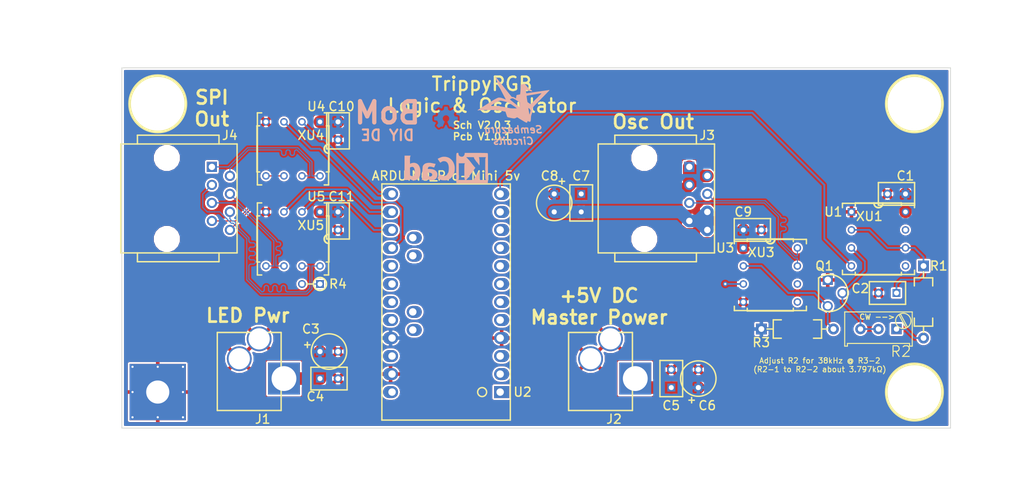
<source format=kicad_pcb>
(kicad_pcb (version 4) (host pcbnew 4.0.6)
  (title_block (title "Interactive Rainbow") (date 2017-03-29) (rev 1.0.1) (company "Sembazuru Circuits (for Barrel of Makers)") (comment 1 "1.0.0 Initial layout.") (comment 2 "1.0.1 Correct pinout for U1 (7555 timer). Add KiCad logo. Isolate unused gate input for future modification."))
  (layers (0 F.Cu signal) (31 B.Cu signal) (34 B.Paste user) (35 F.Paste user) (36 B.SilkS user) (37 F.SilkS user) (38 B.Mask user) (39 F.Mask user) (44 Edge.Cuts user))
  (net 0 "")
  (net 1 +5V)
  (net 2 GND)
  (net 3 "Net-(C2-Pad1)")
  (net 4 /~IR_Osc+)
  (net 5 /~IR_Osc-)
  (net 6 /~SS+)
  (net 7 /~SS-)
  (net 8 /MISO+)
  (net 9 /MOSI+)
  (net 10 /MOSI-)
  (net 11 /MISO-)
  (net 12 /SCK+)
  (net 13 /SCK-)
  (net 14 /IR_Osc)
  (net 15 /~IR_Osc)
  (net 16 "Net-(R1-Pad2)")
  (net 17 /IR_Enable)
  (net 18 /~SS)
  (net 19 /MOSI)
  (net 20 /MISO)
  (net 21 /SCK)
  (module ipc-7251TH-standard:CAPRR254W51L508T318H660P (layer F.Cu) (at 186.70539 93.98527 180)
    (fp_text reference C1 (at 0.01539 2.54527 180) (layer F.SilkS) (effects (font (size 1.27 1.27) (thickness 0.2032))))
    (fp_text value 0.1µF)
    (pad 1 thru_hole rect (at 0 0 180) (size 1.12014 1.12014) (drill 0.70104) (layers *.Cu *.Mask) (net 1 +5V))
    (pad 2 thru_hole circle (at 2.54 0 180) (size 1.19888 1.19888) (drill 0.70104) (layers *.Cu *.Mask) (net 2 GND))
  )
  (module ipc-7251TH-standard:CAPRR254W51L508T318H660P (layer F.Cu) (at 185.43539 107.95527 180)
    (fp_text reference C2 (at 5.09539 0.64027 180) (layer F.SilkS) (effects (font (size 1.27 1.27) (thickness 0.2032))))
    (fp_text value 0.001µF)
    (pad 1 thru_hole rect (at 0 0 180) (size 1.12014 1.12014) (drill 0.70104) (layers *.Cu *.Mask) (net 3 "Net-(C2-Pad1)"))
    (pad 2 thru_hole circle (at 2.54 0 180) (size 1.19888 1.19888) (drill 0.70104) (layers *.Cu *.Mask) (net 2 GND))
  )
  (module ipc-7251TH-standard:CAPPRD254W50D500H850 (layer F.Cu) (at 104.15539 116.21027)
    (fp_text reference C3 (at -1.28539 -3.18027) (layer F.SilkS) (effects (font (size 1.27 1.27) (thickness 0.2032))))
    (fp_text value 10µF)
    (fp_text user + (at -1.778 -1.016) (layer F.SilkS) (effects (font (thickness 0.2032))))
    (pad 1 thru_hole rect (at 0 0) (size 1.12 1.12) (drill 0.72) (layers *.Cu *.Mask) (net 1 +5V))
    (pad 2 thru_hole circle (at 2.54 0) (size 1.12 1.12) (drill 0.72) (layers *.Cu *.Mask) (net 2 GND))
  )
  (module ipc-7251TH-standard:CAPRR254W51L508T318H660P (layer F.Cu) (at 104.15539 120.02027)
    (fp_text reference C4 (at -0.65039 2.53473) (layer F.SilkS) (effects (font (size 1.27 1.27) (thickness 0.2032))))
    (fp_text value 0.1µF)
    (pad 1 thru_hole rect (at 0 0) (size 1.12014 1.12014) (drill 0.70104) (layers *.Cu *.Mask) (net 1 +5V))
    (pad 2 thru_hole circle (at 2.54 0) (size 1.19888 1.19888) (drill 0.70104) (layers *.Cu *.Mask) (net 2 GND))
  )
  (module ipc-7251TH-standard:CAPRR254W51L508T318H660P (layer F.Cu) (at 153.68539 121.29027 90)
    (fp_text reference C5 (at -2.53473 -0.01539 180) (layer F.SilkS) (effects (font (size 1.27 1.27) (thickness 0.2032))))
    (fp_text value 0.1µF)
    (pad 1 thru_hole rect (at 0 0 90) (size 1.12014 1.12014) (drill 0.70104) (layers *.Cu *.Mask) (net 1 +5V))
    (pad 2 thru_hole circle (at 2.54 0 90) (size 1.19888 1.19888) (drill 0.70104) (layers *.Cu *.Mask) (net 2 GND))
  )
  (module ipc-7251TH-standard:CAPPRD254W50D500H850 (layer F.Cu) (at 157.49539 121.29027 90)
    (fp_text reference C6 (at -2.53473 1.25461 180) (layer F.SilkS) (effects (font (size 1.27 1.27) (thickness 0.2032))))
    (fp_text value 10µF)
    (fp_text user + (at -1.778 -1.016 90) (layer F.SilkS) (effects (font (thickness 0.2032))))
    (pad 1 thru_hole rect (at 0 0 90) (size 1.12 1.12) (drill 0.72) (layers *.Cu *.Mask) (net 1 +5V))
    (pad 2 thru_hole circle (at 2.54 0 90) (size 1.12 1.12) (drill 0.72) (layers *.Cu *.Mask) (net 2 GND))
  )
  (module ipc-7251TH-standard:CAPRR254W51L508T318H660P (layer F.Cu) (at 140.98539 93.98527 270)
    (fp_text reference C7 (at -2.54527 0.01539 360) (layer F.SilkS) (effects (font (size 1.27 1.27) (thickness 0.2032))))
    (fp_text value 0.1µF)
    (pad 1 thru_hole rect (at 0 0 270) (size 1.12014 1.12014) (drill 0.70104) (layers *.Cu *.Mask) (net 1 +5V))
    (pad 2 thru_hole circle (at 2.54 0 270) (size 1.19888 1.19888) (drill 0.70104) (layers *.Cu *.Mask) (net 2 GND))
  )
  (module ipc-7251TH-standard:CAPPRD254W50D500H850 (layer F.Cu) (at 137.17539 93.98527 270)
    (fp_text reference C8 (at -2.54527 0.65039 360) (layer F.SilkS) (effects (font (size 1.27 1.27) (thickness 0.2032))))
    (fp_text value 10µF)
    (fp_text user + (at -1.778 -1.016 270) (layer F.SilkS) (effects (font (thickness 0.2032))))
    (pad 1 thru_hole rect (at 0 0 270) (size 1.12 1.12) (drill 0.72) (layers *.Cu *.Mask) (net 1 +5V))
    (pad 2 thru_hole circle (at 2.54 0 270) (size 1.12 1.12) (drill 0.72) (layers *.Cu *.Mask) (net 2 GND))
  )
  (module ipc-7251TH-standard:CAPRR254W51L508T318H660P (layer F.Cu) (at 163.84539 99.06527)
    (fp_text reference C9 (at -0.01539 -2.54) (layer F.SilkS) (effects (font (size 1.27 1.27) (thickness 0.2032))))
    (fp_text value 0.1µF)
    (pad 1 thru_hole rect (at 0 0) (size 1.12014 1.12014) (drill 0.70104) (layers *.Cu *.Mask) (net 1 +5V))
    (pad 2 thru_hole circle (at 2.54 0) (size 1.19888 1.19888) (drill 0.70104) (layers *.Cu *.Mask) (net 2 GND))
  )
  (module ipc-7251TH-standard:CAPRR254W51L508T318H660P (layer F.Cu) (at 106.69539 83.82527 270)
    (fp_text reference C10 (at -2.16427 -0.49261 360) (layer F.SilkS) (effects (font (size 1.27 1.27) (thickness 0.2032))))
    (fp_text value 0.1µF)
    (pad 1 thru_hole rect (at 0 0 270) (size 1.12014 1.12014) (drill 0.70104) (layers *.Cu *.Mask) (net 1 +5V))
    (pad 2 thru_hole circle (at 2.54 0 270) (size 1.19888 1.19888) (drill 0.70104) (layers *.Cu *.Mask) (net 2 GND))
  )
  (module ipc-7251TH-standard:CAPRR254W51L508T318H660P (layer F.Cu) (at 106.69539 96.52527 270)
    (fp_text reference C11 (at -2.16427 -0.49261 360) (layer F.SilkS) (effects (font (size 1.27 1.27) (thickness 0.2032))))
    (fp_text value 0.1µF)
    (pad 1 thru_hole rect (at 0 0 270) (size 1.12014 1.12014) (drill 0.70104) (layers *.Cu *.Mask) (net 1 +5V))
    (pad 2 thru_hole circle (at 2.54 0 270) (size 1.19888 1.19888) (drill 0.70104) (layers *.Cu *.Mask) (net 2 GND))
  )
  (module ipc-7251TH-connectors:KYCON_KLDVHCX-0202-x_CirHole (layer F.Cu) (at 94.17539 120.02027 180)
    (fp_text reference J1 (at -1.905 -5.715 180) (layer F.SilkS) (effects (font (size 1.27 1.27) (thickness 0.2032))))
    (fp_text value KLDVHCX-0202-A)
    (pad 1 thru_hole rect (at -4.9 0 270) (size 4.5 4.5) (drill 3.5) (layers *.Cu *.Mask) (net 1 +5V))
    (pad 2 thru_hole circle (at -1.4 5.6 180) (size 3.5 3.5) (drill 3) (layers *.Cu *.Mask) (net 2 GND))
    (pad 3 thru_hole circle (at 1.4 2.8 180) (size 3.5 3.5) (drill 3) (layers *.Cu *.Mask) (net 2 GND))
  )
  (module ipc-7251TH-connectors:KYCON_KLDVHCX-0202-x_CirHole (layer F.Cu) (at 143.70539 120.02027 180)
    (fp_text reference J2 (at -1.905 -5.715 180) (layer F.SilkS) (effects (font (size 1.27 1.27) (thickness 0.2032))))
    (fp_text value KLDVHCX-0202-A)
    (pad 1 thru_hole rect (at -4.9 0 270) (size 4.5 4.5) (drill 3.5) (layers *.Cu *.Mask) (net 1 +5V))
    (pad 2 thru_hole circle (at -1.4 5.6 180) (size 3.5 3.5) (drill 3) (layers *.Cu *.Mask) (net 2 GND))
    (pad 3 thru_hole circle (at 1.4 2.8 180) (size 3.5 3.5) (drill 3) (layers *.Cu *.Mask) (net 2 GND))
  )
  (module ipc-7251TH-connectors:WURTH_615008144221 (layer F.Cu) (at 156.22539 90.17527 270)
    (fp_text reference J3 (at -4.45027 -2.52461 360) (layer F.SilkS) (effects (font (size 1.27 1.27) (thickness 0.2032))))
    (fp_text value RJ45-Unshielded)
    (pad 1 thru_hole rect (at 0 0 270) (size 1.44 1.44) (drill 0.9) (layers *.Cu *.Mask) (net 1 +5V))
    (pad 2 thru_hole circle (at 1.27 -2.54 270) (size 1.44 1.44) (drill 0.9) (layers *.Cu *.Mask) (net 1 +5V))
    (pad 3 thru_hole circle (at 2.54 0 270) (size 1.44 1.44) (drill 0.9) (layers *.Cu *.Mask) (net 1 +5V))
    (pad 4 thru_hole circle (at 3.81 -2.54 270) (size 1.44 1.44) (drill 0.9) (layers *.Cu *.Mask) (net 4 /~IR_Osc+))
    (pad 5 thru_hole circle (at 5.08 0 270) (size 1.44 1.44) (drill 0.9) (layers *.Cu *.Mask) (net 5 /~IR_Osc-))
    (pad 6 thru_hole circle (at 6.35 -2.54 270) (size 1.44 1.44) (drill 0.9) (layers *.Cu *.Mask) (net 2 GND))
    (pad 7 thru_hole circle (at 7.62 0 270) (size 1.44 1.44) (drill 0.9) (layers *.Cu *.Mask) (net 2 GND))
    (pad 8 thru_hole circle (at 8.89 -2.54 270) (size 1.44 1.44) (drill 0.9) (layers *.Cu *.Mask) (net 2 GND))
    (pad "" np_thru_hole circle (at 10.165 6.35 270) (size 3.17 3.17) (drill 3.17) (layers *.Cu *.Mask))
    (pad "" np_thru_hole circle (at -1.265 6.35 270) (size 3.17 3.17) (drill 3.17) (layers *.Cu *.Mask))
  )
  (module ipc-7251TH-connectors:WURTH_615008144221 (layer F.Cu) (at 88.91539 90.17527 270)
    (fp_text reference J4 (at -4.45027 -2.52461 360) (layer F.SilkS) (effects (font (size 1.27 1.27) (thickness 0.2032))))
    (fp_text value RJ45-Unshielded)
    (pad 1 thru_hole rect (at 0 0 270) (size 1.44 1.44) (drill 0.9) (layers *.Cu *.Mask) (net 6 /~SS+))
    (pad 2 thru_hole circle (at 1.27 -2.54 270) (size 1.44 1.44) (drill 0.9) (layers *.Cu *.Mask) (net 7 /~SS-))
    (pad 3 thru_hole circle (at 2.54 0 270) (size 1.44 1.44) (drill 0.9) (layers *.Cu *.Mask) (net 8 /MISO+))
    (pad 4 thru_hole circle (at 3.81 -2.54 270) (size 1.44 1.44) (drill 0.9) (layers *.Cu *.Mask) (net 9 /MOSI+))
    (pad 5 thru_hole circle (at 5.08 0 270) (size 1.44 1.44) (drill 0.9) (layers *.Cu *.Mask) (net 10 /MOSI-))
    (pad 6 thru_hole circle (at 6.35 -2.54 270) (size 1.44 1.44) (drill 0.9) (layers *.Cu *.Mask) (net 11 /MISO-))
    (pad 7 thru_hole circle (at 7.62 0 270) (size 1.44 1.44) (drill 0.9) (layers *.Cu *.Mask) (net 12 /SCK+))
    (pad 8 thru_hole circle (at 8.89 -2.54 270) (size 1.44 1.44) (drill 0.9) (layers *.Cu *.Mask) (net 13 /SCK-))
    (pad "" np_thru_hole circle (at 10.165 6.35 270) (size 3.17 3.17) (drill 3.17) (layers *.Cu *.Mask))
    (pad "" np_thru_hole circle (at -1.265 6.35 270) (size 3.17 3.17) (drill 3.17) (layers *.Cu *.Mask))
  )
  (module ipc-7251TH-standard:TO92184P520H734-3 (layer F.Cu) (at 175.74364 106.11543 270)
    (fp_text reference Q1 (at -1.97543 0.48364 360) (layer F.SilkS) (effects (font (size 1.27 1.27) (thickness 0.2032))))
    (fp_text value VN3205)
    (pad 1 thru_hole rect (at -0.00166 -0.0015 270) (size 1.41 1.41) (drill 0.94) (layers *.Cu *.Mask) (net 2 GND))
    (pad 2 thru_hole circle (at 1.83984 -2.07175 270) (size 1.41 1.41) (drill 0.94) (layers *.Cu *.Mask) (net 14 /IR_Osc))
    (pad 3 thru_hole circle (at 3.68134 -0.0015 270) (size 1.41 1.41) (drill 0.94) (layers *.Cu *.Mask) (net 15 /~IR_Osc))
  )
  (module ipc-7251TH-standard:RESAD1016W56L681D259 (layer F.Cu) (at 189.24539 104.14527 270)
    (fp_text reference R1 (at -0.00527 -2.14361 360) (layer F.SilkS) (effects (font (size 1.27 1.27) (thickness 0.2032))))
    (fp_text value 15kΩ)
    (pad 1 thru_hole rect (at 0 0 270) (size 1.53 1.53) (drill 0.8128) (layers *.Cu *.Mask) (net 3 "Net-(C2-Pad1)"))
    (pad 2 thru_hole circle (at 10.16 0 270) (size 1.53 1.53) (drill 0.8128) (layers *.Cu *.Mask) (net 16 "Net-(R1-Pad2)"))
  )
  (module ipc-7251TH-standard:RESAD1016W56L681D259 (layer F.Cu) (at 166.38539 113.03527)
    (fp_text reference R3 (at -0.01539 1.89973) (layer F.SilkS) (effects (font (size 1.27 1.27) (thickness 0.2032))))
    (fp_text value 15kΩ)
    (pad 1 thru_hole rect (at 0 0) (size 1.53 1.53) (drill 0.8128) (layers *.Cu *.Mask) (net 1 +5V))
    (pad 2 thru_hole circle (at 10.16 0) (size 1.53 1.53) (drill 0.8128) (layers *.Cu *.Mask) (net 15 /~IR_Osc))
  )
  (module ipc-7251TH-standard:RESADV254W45L350D185 (layer F.Cu) (at 104.15539 106.68527 180)
    (fp_text reference R4 (at -2.52461 0 180) (layer F.SilkS) (effects (font (size 1.27 1.27) (thickness 0.2032))))
    (fp_text value 100Ω)
    (pad 1 thru_hole rect (at 0 0 180) (size 1.10744 1.10744) (drill 0.70104) (layers *.Cu *.Mask) (net 8 /MISO+))
    (pad 2 thru_hole circle (at 2.54 0 180) (size 1.10744 1.10744) (drill 0.70104) (layers *.Cu *.Mask) (net 11 /MISO-))
  )
  (module ipc-7251TH-standard:DIPS762W45P254L1003H508Q8 (layer F.Cu) (at 179.08539 96.52 270)
    (fp_text reference U1 (at 0 2.55539 360) (layer F.SilkS) (effects (font (size 1.27 1.27) (thickness 0.2032))))
    (fp_text value ICM7555)
    (pad 1 thru_hole rect (at 0 0 270) (size 1.05664 1.05664) (drill 0.65024) (layers *.Cu *.Mask) (net 2 GND))
    (pad 2 thru_hole circle (at 2.54 0 270) (size 1.05664 1.05664) (drill 0.65024) (layers *.Cu *.Mask) (net 3 "Net-(C2-Pad1)"))
    (pad 3 thru_hole circle (at 5.08 0 270) (size 1.05664 1.05664) (drill 0.65024) (layers *.Cu *.Mask) (net 14 /IR_Osc))
    (pad 4 thru_hole circle (at 7.62 0 270) (size 1.05664 1.05664) (drill 0.65024) (layers *.Cu *.Mask) (net 17 /IR_Enable))
    (pad 5 thru_hole circle (at 7.62 -7.62 270) (size 1.05664 1.05664) (drill 0.65024) (layers *.Cu *.Mask))
    (pad 6 thru_hole circle (at 5.08 -7.62 270) (size 1.05664 1.05664) (drill 0.65024) (layers *.Cu *.Mask) (net 3 "Net-(C2-Pad1)"))
    (pad 7 thru_hole circle (at 2.54 -7.62 270) (size 1.05664 1.05664) (drill 0.65024) (layers *.Cu *.Mask))
    (pad 8 thru_hole circle (at 0 -7.62 270) (size 1.05664 1.05664) (drill 0.65024) (layers *.Cu *.Mask) (net 1 +5V))
  )
  (module arduino_shields:ARDUINO_Pro-MiniU (layer F.Cu) (at 121.93539 109.22527 180)
    (fp_text reference U2 (at -10.77961 -12.69473 360) (layer F.SilkS) (effects (font (size 1.27 1.27) (thickness 0.2032))))
    (fp_text value "ARDUINO_Pro-Mini 5v" (at 0.01539 17.78527 360) (layer F.SilkS) (effects (font (size 1.27 1.27) (thickness 0.2032))))
    (pad 1 thru_hole rect (at -7.62 -12.7) (size 2.12 1.7) (drill 1.05 (offset 0.21 0)) (layers *.Cu *.Mask))
    (pad 2 thru_hole oval (at -7.62 -10.16) (size 2.12 1.7) (drill 1.05 (offset 0.21 0)) (layers *.Cu *.Mask))
    (pad 3 thru_hole oval (at -7.62 -7.62) (size 2.12 1.7) (drill 1.05 (offset 0.21 0)) (layers *.Cu *.Mask))
    (pad 4 thru_hole oval (at -7.62 -5.08) (size 2.12 1.7) (drill 1.05 (offset 0.21 0)) (layers *.Cu *.Mask) (net 2 GND))
    (pad 5 thru_hole oval (at -7.62 -2.54) (size 2.12 1.7) (drill 1.05 (offset 0.21 0)) (layers *.Cu *.Mask))
    (pad 6 thru_hole oval (at -7.62 0) (size 2.12 1.7) (drill 1.05 (offset 0.21 0)) (layers *.Cu *.Mask))
    (pad 7 thru_hole oval (at -7.62 2.54) (size 2.12 1.7) (drill 1.05 (offset 0.21 0)) (layers *.Cu *.Mask))
    (pad 8 thru_hole oval (at -7.62 5.08) (size 2.12 1.7) (drill 1.05 (offset 0.21 0)) (layers *.Cu *.Mask))
    (pad 9 thru_hole oval (at -7.62 7.62) (size 2.12 1.7) (drill 1.05 (offset 0.21 0)) (layers *.Cu *.Mask))
    (pad 10 thru_hole oval (at -7.62 10.16) (size 2.12 1.7) (drill 1.05 (offset 0.21 0)) (layers *.Cu *.Mask))
    (pad 11 thru_hole oval (at -7.62 12.7) (size 2.12 1.7) (drill 1.05 (offset 0.21 0)) (layers *.Cu *.Mask))
    (pad 12 thru_hole oval (at -7.62 15.24) (size 2.12 1.7) (drill 1.05 (offset 0.21 0)) (layers *.Cu *.Mask) (net 17 /IR_Enable))
    (pad 13 thru_hole oval (at 7.62 15.24 180) (size 2.12 1.7) (drill 1.05 (offset 0.21 0)) (layers *.Cu *.Mask) (net 18 /~SS))
    (pad 14 thru_hole oval (at 7.62 12.7 180) (size 2.12 1.7) (drill 1.05 (offset 0.21 0)) (layers *.Cu *.Mask) (net 19 /MOSI))
    (pad 15 thru_hole oval (at 7.62 10.16 180) (size 2.12 1.7) (drill 1.05 (offset 0.21 0)) (layers *.Cu *.Mask) (net 20 /MISO))
    (pad 16 thru_hole oval (at 7.62 7.62 180) (size 2.12 1.7) (drill 1.05 (offset 0.21 0)) (layers *.Cu *.Mask) (net 21 /SCK))
    (pad 17 thru_hole oval (at 7.62 5.08 180) (size 2.12 1.7) (drill 1.05 (offset 0.21 0)) (layers *.Cu *.Mask))
    (pad 18 thru_hole oval (at 7.62 2.54 180) (size 2.12 1.7) (drill 1.05 (offset 0.21 0)) (layers *.Cu *.Mask))
    (pad 19 thru_hole oval (at 7.62 0 180) (size 2.12 1.7) (drill 1.05 (offset 0.21 0)) (layers *.Cu *.Mask))
    (pad 20 thru_hole oval (at 7.62 -2.54 180) (size 2.12 1.7) (drill 1.05 (offset 0.21 0)) (layers *.Cu *.Mask))
    (pad 21 thru_hole oval (at 7.62 -5.08 180) (size 2.12 1.7) (drill 1.05 (offset 0.21 0)) (layers *.Cu *.Mask) (net 1 +5V))
    (pad 22 thru_hole oval (at 7.62 -7.62 180) (size 2.12 1.7) (drill 1.05 (offset 0.21 0)) (layers *.Cu *.Mask))
    (pad 23 thru_hole oval (at 7.62 -10.16 180) (size 2.12 1.7) (drill 1.05 (offset 0.21 0)) (layers *.Cu *.Mask) (net 2 GND))
    (pad 24 thru_hole oval (at 7.62 -12.7 180) (size 2.12 1.7) (drill 1.05 (offset 0.21 0)) (layers *.Cu *.Mask))
    (pad A4 thru_hole oval (at 4.699 -1.397) (size 2.12 1.7) (drill 1.05 (offset 0.21 0)) (layers *.Cu *.Mask))
    (pad A5 thru_hole oval (at 4.699 -3.937) (size 2.12 1.7) (drill 1.05 (offset 0.21 0)) (layers *.Cu *.Mask))
    (pad A6 thru_hole oval (at 4.699 9.0678) (size 2.12 1.7) (drill 1.05 (offset 0.21 0)) (layers *.Cu *.Mask))
    (pad A7 thru_hole oval (at 4.699 6.5278) (size 2.12 1.7) (drill 1.05 (offset 0.21 0)) (layers *.Cu *.Mask))
  )
  (module ipc-7251TH-standard:DIPS762W45P254L1003H508Q8 (layer F.Cu) (at 163.84539 101.60527 270)
    (fp_text reference U3 (at -0.00527 2.55539 360) (layer F.SilkS) (effects (font (size 1.27 1.27) (thickness 0.2032))))
    (fp_text value uA9638C)
    (pad 1 thru_hole rect (at 0 0 270) (size 1.05664 1.05664) (drill 0.65024) (layers *.Cu *.Mask) (net 1 +5V))
    (pad 2 thru_hole circle (at 2.54 0 270) (size 1.05664 1.05664) (drill 0.65024) (layers *.Cu *.Mask) (net 15 /~IR_Osc))
    (pad 3 thru_hole circle (at 5.08 0 270) (size 1.05664 1.05664) (drill 0.65024) (layers *.Cu *.Mask) (net 2 GND))
    (pad 4 thru_hole circle (at 7.62 0 270) (size 1.05664 1.05664) (drill 0.65024) (layers *.Cu *.Mask) (net 2 GND))
    (pad 5 thru_hole circle (at 7.62 -7.62 270) (size 1.05664 1.05664) (drill 0.65024) (layers *.Cu *.Mask))
    (pad 6 thru_hole circle (at 5.08 -7.62 270) (size 1.05664 1.05664) (drill 0.65024) (layers *.Cu *.Mask))
    (pad 7 thru_hole circle (at 2.54 -7.62 270) (size 1.05664 1.05664) (drill 0.65024) (layers *.Cu *.Mask) (net 5 /~IR_Osc-))
    (pad 8 thru_hole circle (at 0 -7.62 270) (size 1.05664 1.05664) (drill 0.65024) (layers *.Cu *.Mask) (net 4 /~IR_Osc+))
  )
  (module ipc-7251TH-standard:DIPS762W45P254L1003H508Q8 (layer F.Cu) (at 104.15539 83.82527 180)
    (fp_text reference U4 (at 0.52339 2.16427 180) (layer F.SilkS) (effects (font (size 1.27 1.27) (thickness 0.2032))))
    (fp_text value uA9638C)
    (pad 1 thru_hole rect (at 0 0 180) (size 1.05664 1.05664) (drill 0.65024) (layers *.Cu *.Mask) (net 1 +5V))
    (pad 2 thru_hole circle (at 2.54 0 180) (size 1.05664 1.05664) (drill 0.65024) (layers *.Cu *.Mask) (net 18 /~SS))
    (pad 3 thru_hole circle (at 5.08 0 180) (size 1.05664 1.05664) (drill 0.65024) (layers *.Cu *.Mask) (net 21 /SCK))
    (pad 4 thru_hole circle (at 7.62 0 180) (size 1.05664 1.05664) (drill 0.65024) (layers *.Cu *.Mask) (net 2 GND))
    (pad 5 thru_hole circle (at 7.62 -7.62 180) (size 1.05664 1.05664) (drill 0.65024) (layers *.Cu *.Mask) (net 13 /SCK-))
    (pad 6 thru_hole circle (at 5.08 -7.62 180) (size 1.05664 1.05664) (drill 0.65024) (layers *.Cu *.Mask) (net 12 /SCK+))
    (pad 7 thru_hole circle (at 2.54 -7.62 180) (size 1.05664 1.05664) (drill 0.65024) (layers *.Cu *.Mask) (net 7 /~SS-))
    (pad 8 thru_hole circle (at 0 -7.62 180) (size 1.05664 1.05664) (drill 0.65024) (layers *.Cu *.Mask) (net 6 /~SS+))
  )
  (module ipc-7251TH-standard:DIPS762W45P254L1003H508Q8 (layer F.Cu) (at 104.15539 96.52527 180)
    (fp_text reference U5 (at 0.52339 2.16427 180) (layer F.SilkS) (effects (font (size 1.27 1.27) (thickness 0.2032))))
    (fp_text value DS8921)
    (pad 1 thru_hole rect (at 0 0 180) (size 1.05664 1.05664) (drill 0.65024) (layers *.Cu *.Mask) (net 1 +5V))
    (pad 2 thru_hole circle (at 2.54 0 180) (size 1.05664 1.05664) (drill 0.65024) (layers *.Cu *.Mask) (net 20 /MISO))
    (pad 3 thru_hole circle (at 5.08 0 180) (size 1.05664 1.05664) (drill 0.65024) (layers *.Cu *.Mask) (net 19 /MOSI))
    (pad 4 thru_hole circle (at 7.62 0 180) (size 1.05664 1.05664) (drill 0.65024) (layers *.Cu *.Mask) (net 2 GND))
    (pad 5 thru_hole circle (at 7.62 -7.62 180) (size 1.05664 1.05664) (drill 0.65024) (layers *.Cu *.Mask) (net 10 /MOSI-))
    (pad 6 thru_hole circle (at 5.08 -7.62 180) (size 1.05664 1.05664) (drill 0.65024) (layers *.Cu *.Mask) (net 9 /MOSI+))
    (pad 7 thru_hole circle (at 2.54 -7.62 180) (size 1.05664 1.05664) (drill 0.65024) (layers *.Cu *.Mask) (net 11 /MISO-))
    (pad 8 thru_hole circle (at 0 -7.62 180) (size 1.05664 1.05664) (drill 0.65024) (layers *.Cu *.Mask) (net 8 /MISO+))
  )
  (module ipc-7251TH-standard:DIPfS762W45P254L1016H508Q8 (layer F.Cu) (at 179.07 96.52527 270)
    (fp_text reference XU1 (at 0.62973 -2.54 360) (layer F.SilkS) (effects (font (size 1.27 1.27) (thickness 0.2032))))
    (fp_text value IC_Socket08)
  )
  (module ipc-7251TH-standard:DIPfS762W45P254L1016H508Q8 (layer F.Cu) (at 163.83 101.6 270)
    (fp_text reference XU3 (at 0.635 -2.54 360) (layer F.SilkS) (effects (font (size 1.27 1.27) (thickness 0.2032))))
    (fp_text value IC_Socket08)
  )
  (module ipc-7251TH-standard:DIPfS762W45P254L1016H508Q8 (layer F.Cu) (at 104.15539 83.82527 180)
    (fp_text reference XU4 (at 1.28539 -1.89973 180) (layer F.SilkS) (effects (font (size 1.27 1.27) (thickness 0.2032))))
    (fp_text value IC_Socket08)
  )
  (module ipc-7251TH-standard:DIPfS762W45P254L1016H508Q8 (layer F.Cu) (at 104.15539 96.52527 180)
    (fp_text reference XU5 (at 1.28539 -1.89973 180) (layer F.SilkS) (effects (font (size 1.27 1.27) (thickness 0.2032))))
    (fp_text value IC_Socket08)
  )
  (module ipc-7251TH-non-standard:TRIM_Bourns3296WA (layer F.Cu) (at 182.89539 113.03527 180)
    (fp_text reference R2 (at -3.15961 -3.16973 180) (layer F.SilkS) (effects (font (size 1.5 1.5))))
    (fp_text value 5kΩ)
    (fp_text user "CW -->" (at 0.1905 1.7145 180) (layer F.SilkS) (effects (font (size 0.75 0.75))))
    (pad 1 thru_hole rect (at -2.54 0 180) (size 1.46 1.46) (drill 0.76) (layers *.Cu *.Mask) (net 16 "Net-(R1-Pad2)"))
    (pad 2 thru_hole circle (at 0 0 180) (size 1.46 1.46) (drill 0.76) (layers *.Cu *.Mask) (net 14 /IR_Osc))
    (pad 3 thru_hole circle (at 2.54 0 180) (size 1.46 1.46) (drill 0.76) (layers *.Cu *.Mask) (net 14 /IR_Osc))
  )
  (module logos:OSHW_03mm_copper_noMask (layer B.Cu) (at 121.92 83.185 180)
    (fp_text reference G*** hide)
    (fp_text value LOGO hide)
    (fp_poly (pts (xy -1.01092 -1.4986) (xy -0.99314 -1.48844) (xy -0.95504 -1.46558) (xy -0.89916 -1.42748) (xy -0.83312 -1.3843) (xy -0.76708 -1.33858) (xy -0.7112 -1.30302) (xy -0.6731 -1.27762) (xy -0.65786 -1.27) (xy -0.65024 -1.27254) (xy -0.61722 -1.28778) (xy -0.57404 -1.31064) (xy -0.5461 -1.32588) (xy -0.50546 -1.34366) (xy -0.4826 -1.3462) (xy -0.48006 -1.34112) (xy -0.46482 -1.31064) (xy -0.44196 -1.25476) (xy -0.40894 -1.18364) (xy -0.37338 -1.09728) (xy -0.33528 -1.00584) (xy -0.29464 -0.9144) (xy -0.25908 -0.8255) (xy -0.22606 -0.74422) (xy -0.20066 -0.67818) (xy -0.18288 -0.635) (xy -0.17526 -0.61468) (xy -0.1778 -0.6096) (xy -0.19812 -0.58928) (xy -0.23622 -0.56388) (xy -0.31496 -0.49784) (xy -0.3937 -0.40132) (xy -0.43942 -0.2921) (xy -0.4572 -0.16764) (xy -0.44196 -0.05334) (xy -0.39878 0.05334) (xy -0.32258 0.1524) (xy -0.2286 0.22606) (xy -0.12192 0.27178) (xy 0 0.28702) (xy 0.1143 0.27432) (xy 0.22606 0.2286) (xy 0.32512 0.15494) (xy 0.3683 0.10668) (xy 0.42418 0.00762) (xy 0.4572 -0.09906) (xy 0.45974 -0.127) (xy 0.45466 -0.24384) (xy 0.42164 -0.3556) (xy 0.35814 -0.45466) (xy 0.27432 -0.53848) (xy 0.26162 -0.5461) (xy 0.22352 -0.57658) (xy 0.19558 -0.5969) (xy 0.17526 -0.61214) (xy 0.32512 -0.97282) (xy 0.34798 -1.0287) (xy 0.38862 -1.12776) (xy 0.42418 -1.21158) (xy 0.45466 -1.28016) (xy 0.47498 -1.32588) (xy 0.4826 -1.34366) (xy 0.4826 -1.34366) (xy 0.49784 -1.3462) (xy 0.52324 -1.33604) (xy 0.57404 -1.31318) (xy 0.60706 -1.2954) (xy 0.64516 -1.27762) (xy 0.66294 -1.27) (xy 0.67818 -1.27762) (xy 0.71374 -1.30048) (xy 0.76708 -1.33604) (xy 0.83312 -1.38176) (xy 0.89408 -1.4224) (xy 0.94996 -1.4605) (xy 0.9906 -1.4859) (xy 1.01092 -1.49606) (xy 1.01346 -1.49606) (xy 1.03124 -1.4859) (xy 1.06426 -1.4605) (xy 1.11252 -1.41478) (xy 1.1811 -1.3462) (xy 1.19126 -1.3335) (xy 1.24968 -1.27762) (xy 1.2954 -1.22936) (xy 1.32588 -1.1938) (xy 1.33858 -1.17856) (xy 1.33858 -1.17856) (xy 1.32842 -1.15824) (xy 1.30048 -1.1176) (xy 1.26492 -1.05918) (xy 1.2192 -0.99314) (xy 1.09982 -0.82042) (xy 1.16586 -0.65786) (xy 1.18618 -0.60706) (xy 1.21158 -0.5461) (xy 1.22936 -0.50292) (xy 1.23952 -0.48514) (xy 1.2573 -0.47752) (xy 1.30048 -0.46736) (xy 1.36652 -0.45466) (xy 1.44272 -0.43942) (xy 1.51638 -0.42672) (xy 1.58242 -0.41402) (xy 1.63068 -0.40386) (xy 1.65354 -0.40132) (xy 1.65862 -0.39624) (xy 1.6637 -0.38608) (xy 1.66624 -0.36322) (xy 1.66624 -0.32258) (xy 1.66878 -0.25908) (xy 1.66878 -0.16764) (xy 1.66878 -0.15748) (xy 1.66624 -0.07112) (xy 1.66624 0) (xy 1.6637 0.04318) (xy 1.66116 0.06096) (xy 1.66116 0.06096) (xy 1.6383 0.06604) (xy 1.59258 0.0762) (xy 1.52654 0.0889) (xy 1.4478 0.10414) (xy 1.44272 0.10668) (xy 1.36398 0.12192) (xy 1.2954 0.13462) (xy 1.24968 0.14478) (xy 1.2319 0.1524) (xy 1.22682 0.15748) (xy 1.21158 0.18796) (xy 1.18872 0.23622) (xy 1.16078 0.29718) (xy 1.13538 0.35814) (xy 1.11506 0.41402) (xy 1.09982 0.4572) (xy 1.09474 0.47498) (xy 1.09474 0.47498) (xy 1.10744 0.4953) (xy 1.13284 0.53594) (xy 1.17094 0.59182) (xy 1.2192 0.6604) (xy 1.22174 0.66548) (xy 1.26746 0.73152) (xy 1.30302 0.7874) (xy 1.32842 0.82804) (xy 1.33858 0.84582) (xy 1.33604 0.84836) (xy 1.32334 0.86614) (xy 1.28778 0.90424) (xy 1.23952 0.95504) (xy 1.1811 1.016) (xy 1.16332 1.03378) (xy 1.09728 1.09728) (xy 1.05156 1.13792) (xy 1.02362 1.16078) (xy 1.01092 1.16586) (xy 1.01092 1.16586) (xy 0.9906 1.15316) (xy 0.94742 1.12522) (xy 0.89154 1.08712) (xy 0.82296 1.0414) (xy 0.81788 1.03632) (xy 0.75184 0.9906) (xy 0.69596 0.95504) (xy 0.65786 0.9271) (xy 0.64008 0.91694) (xy 0.63754 0.91694) (xy 0.6096 0.92456) (xy 0.56134 0.94234) (xy 0.50292 0.9652) (xy 0.44196 0.9906) (xy 0.38608 1.01346) (xy 0.3429 1.03124) (xy 0.32512 1.04394) (xy 0.32258 1.04394) (xy 0.3175 1.06934) (xy 0.3048 1.1176) (xy 0.28956 1.18618) (xy 0.27432 1.27) (xy 0.27178 1.2827) (xy 0.25654 1.36144) (xy 0.24384 1.42748) (xy 0.23622 1.4732) (xy 0.23114 1.49098) (xy 0.21844 1.49352) (xy 0.18034 1.49606) (xy 0.12192 1.4986) (xy 0.0508 1.4986) (xy -0.0254 1.4986) (xy -0.09906 1.49606) (xy -0.16002 1.49606) (xy -0.20574 1.49098) (xy -0.22606 1.48844) (xy -0.22606 1.4859) (xy -0.23368 1.46304) (xy -0.24384 1.41224) (xy -0.25654 1.34366) (xy -0.27432 1.26238) (xy -0.27686 1.24714) (xy -0.2921 1.1684) (xy -0.3048 1.10236) (xy -0.31496 1.05664) (xy -0.32004 1.03886) (xy -0.32512 1.03632) (xy -0.35814 1.02108) (xy -0.41148 1.00076) (xy -0.47752 0.97282) (xy -0.62992 0.91186) (xy -0.81788 1.03886) (xy -0.83566 1.05156) (xy -0.9017 1.09728) (xy -0.95758 1.13538) (xy -0.99568 1.15824) (xy -1.01346 1.1684) (xy -1.01346 1.1684) (xy -1.03378 1.15062) (xy -1.06934 1.1176) (xy -1.12014 1.0668) (xy -1.17856 1.00838) (xy -1.22428 0.9652) (xy -1.27508 0.91186) (xy -1.3081 0.8763) (xy -1.32588 0.85344) (xy -1.33096 0.84074) (xy -1.33096 0.83058) (xy -1.31826 0.8128) (xy -1.29032 0.76962) (xy -1.25222 0.71374) (xy -1.2065 0.6477) (xy -1.1684 0.59182) (xy -1.12776 0.52832) (xy -1.10236 0.48514) (xy -1.0922 0.46228) (xy -1.09474 0.45212) (xy -1.10744 0.41656) (xy -1.1303 0.36068) (xy -1.15824 0.29464) (xy -1.22428 0.14732) (xy -1.3208 0.127) (xy -1.37922 0.11684) (xy -1.46304 0.1016) (xy -1.54178 0.08636) (xy -1.6637 0.06096) (xy -1.66878 -0.38862) (xy -1.64846 -0.39624) (xy -1.63068 -0.40132) (xy -1.58496 -0.41148) (xy -1.52146 -0.42418) (xy -1.44272 -0.43942) (xy -1.37922 -0.45212) (xy -1.31318 -0.46482) (xy -1.26492 -0.47244) (xy -1.2446 -0.47752) (xy -1.23952 -0.48514) (xy -1.22174 -0.51562) (xy -1.19888 -0.56642) (xy -1.17348 -0.62738) (xy -1.14554 -0.69088) (xy -1.12268 -0.7493) (xy -1.10744 -0.79502) (xy -1.09982 -0.81788) (xy -1.10998 -0.83566) (xy -1.13538 -0.87376) (xy -1.17094 -0.92964) (xy -1.21666 -0.99568) (xy -1.25984 -1.05918) (xy -1.29794 -1.1176) (xy -1.32334 -1.1557) (xy -1.33604 -1.17602) (xy -1.33096 -1.18872) (xy -1.30302 -1.2192) (xy -1.25476 -1.27) (xy -1.1811 -1.34366) (xy -1.1684 -1.35382) (xy -1.10998 -1.41224) (xy -1.06172 -1.45796) (xy -1.02616 -1.48844) (xy -1.01092 -1.4986)) (layer B.Cu) (width 0.00254))
  )
  (module logos:crane_0.40in_silkscreen (layer B.Cu) (at 131.445 80.645 180)
    (fp_text reference G*** hide)
    (fp_text value LOGO hide)
  )
  (module Symbols:Symbol_KiCAD-Logo_CopperAndSilkScreenTop (layer B.Cu) (at 121.92 90.17 180)
    (fp_text reference REF** hide)
    (fp_text value "KiCAD Logo" hide)
  )
  (module ipc-7251TH-standard:MTGP794H326V8P (layer F.Cu) (at 81.28 121.92 180)
    (fp_text reference MH1 hide)
    (fp_text value "#4 PTH" hide)
    (pad 0 thru_hole rect (at 0 0 180) (size 7.94 7.94) (drill 3.26) (layers *.Cu *.Mask) (net 2 GND))
    (pad 0 thru_hole rect (at 0 3.556 180) (size 0.762 0.762) (drill 0.3048) (layers *.Cu *.Mask) (net 2 GND))
    (pad 0 thru_hole rect (at 3.556 3.556 180) (size 0.762 0.762) (drill 0.3048) (layers *.Cu *.Mask) (net 2 GND))
    (pad 0 thru_hole rect (at 3.556 0 180) (size 0.762 0.762) (drill 0.3048) (layers *.Cu *.Mask) (net 2 GND))
    (pad 0 thru_hole rect (at 3.556 -3.556 180) (size 0.762 0.762) (drill 0.3048) (layers *.Cu *.Mask) (net 2 GND))
    (pad 0 thru_hole rect (at 0 -3.556 180) (size 0.762 0.762) (drill 0.3048) (layers *.Cu *.Mask) (net 2 GND))
    (pad 0 thru_hole rect (at -3.556 -3.556 180) (size 0.762 0.762) (drill 0.3048) (layers *.Cu *.Mask) (net 2 GND))
    (pad 0 thru_hole rect (at -3.556 0 180) (size 0.762 0.762) (drill 0.3048) (layers *.Cu *.Mask) (net 2 GND))
    (pad 0 thru_hole rect (at -3.556 3.556 180) (size 0.762 0.762) (drill 0.3048) (layers *.Cu *.Mask) (net 2 GND))
  )
  (module ipc-7251TH-standard:MTGNP794H326Z794P (layer F.Cu) (at 187.96 121.92 180)
    (fp_text reference MH2 hide)
    (fp_text value "#4 NPTH" hide)
    (pad "" np_thru_hole circle (at 0 0 180) (size 3.26 3.26) (drill 3.26) (layers *.Cu *.Mask) (clearance 2.34))
  )
  (module ipc-7251TH-standard:MTGNP794H326Z794P (layer F.Cu) (at 187.96 81.28 180)
    (fp_text reference MH3 hide)
    (fp_text value "#4 NPTH" hide)
    (pad "" np_thru_hole circle (at 0 0 180) (size 3.26 3.26) (drill 3.26) (layers *.Cu *.Mask) (clearance 2.34))
  )
  (module ipc-7251TH-standard:MTGNP794H326Z794P (layer F.Cu) (at 81.28 81.28 180)
    (fp_text reference MH4 hide)
    (fp_text value "#4 NPTH" hide)
    (pad "" np_thru_hole circle (at 0 0 180) (size 3.26 3.26) (drill 3.26) (layers *.Cu *.Mask) (clearance 2.34))
  )
  (gr_text "Adjust R2 for 38kHz @ R3-2\n(R2-1 to R2-2 about 3.797kΩ)" (at 174.625 118.11) (layer F.SilkS) (effects (font (size 0.762 0.762) (thickness 0.127))))
  (gr_text "+5V DC\nMaster Power" (at 143.51 109.855) (layer F.SilkS) (effects (font (size 1.905 1.905) (thickness 0.381))))
  (gr_text "LED Pwr" (at 93.98 111.125) (layer F.SilkS) (effects (font (size 1.905 1.905) (thickness 0.381))))
  (gr_text "Osc Out" (at 151.13 83.82) (layer F.SilkS) (effects (font (size 1.905 1.905) (thickness 0.381))))
  (gr_text "SPI\nOut" (at 88.9 81.915) (layer F.SilkS) (effects (font (size 1.905 1.905) (thickness 0.381))))
  (gr_text "Sch V2.0.3\nPcb V1.0.1" (at 127 85.09) (layer F.SilkS) (effects (font (size 1 1) (thickness 0.2))))
  (gr_text "TrippyRGB\nLogic & Oscillator" (at 127 80.01) (layer F.SilkS) (effects (font (size 1.905 1.905) (thickness 0.3175))))
  (gr_text "Sembazuru\nCircuits" (at 131.445 85.725) (layer B.SilkS) (effects (font (size 1 1) (thickness 0.2) italic) (justify mirror)))
  (gr_text "DIY DE" (at 113.665 85.725) (layer B.SilkS) (effects (font (size 1.5 1.5) (thickness 0.3)) (justify mirror)))
  (gr_text BoM (at 113.665 82.55) (layer B.SilkS) (effects (font (size 3 3) (thickness 0.6)) (justify mirror)))
  (gr_line (start 76.21539 127.00527) (end 193.05539 127.00527) (layer Edge.Cuts) (width 0.1))
  (gr_line (start 76.21539 127.00527) (end 76.21539 76.20527) (layer Edge.Cuts) (width 0.1))
  (gr_line (start 193.05539 127.00527) (end 193.05539 76.20527) (angle 90) (layer Edge.Cuts) (width 0.1))
  (gr_line (start 193.05539 76.20527) (end 76.21539 76.20527) (angle 90) (layer Edge.Cuts) (width 0.1))
  (segment (start 186.70539 93.98527) (end 186.70539 96.52) (width 1.778) (layer F.Cu) (net 1))
  (segment (start 163.84539 99.06527) (end 163.84539 101.60527) (width 1.778) (layer F.Cu) (net 1))
  (segment (start 106.69539 96.52527) (end 104.15539 96.52527) (width 1.778) (layer F.Cu) (net 1))
  (segment (start 106.69539 83.82527) (end 104.15539 83.82527) (width 1.778) (layer F.Cu) (net 1))
  (segment (start 157.49539 121.29027) (end 153.68539 121.29027) (width 1.778) (layer F.Cu) (net 1))
  (segment (start 153.68539 121.29027) (end 149.87539 121.29027) (width 1.778) (layer F.Cu) (net 1))
  (segment (start 149.87539 121.29027) (end 148.60539 120.02027) (width 1.778) (layer F.Cu) (net 1))
  (segment (start 148.60539 120.02027) (end 148.60539 120.66539) (width 1.778) (layer F.Cu) (net 1))
  (segment (start 104.15539 120.02027) (end 104.15539 116.21027) (width 1.778) (layer F.Cu) (net 1))
  (segment (start 99.07539 120.02027) (end 104.15539 120.02027) (width 1.778) (layer F.Cu) (net 1))
  (segment (start 140.98539 93.98527) (end 137.17539 93.98527) (width 1.778) (layer F.Cu) (net 1))
  (segment (start 156.22539 92.71527) (end 154.95539 93.98527) (width 1.778) (layer F.Cu) (net 1))
  (segment (start 154.95539 93.98527) (end 140.98539 93.98527) (width 1.778) (layer F.Cu) (net 1))
  (segment (start 156.22539 90.17527) (end 156.22539 92.71527) (width 1.778) (layer F.Cu) (net 1))
  (segment (start 158.76539 91.44527) (end 157.49539 91.44527) (width 1.778) (layer F.Cu) (net 1))
  (segment (start 157.49539 91.44527) (end 156.22539 90.17527) (width 1.778) (layer F.Cu) (net 1))
  (segment (start 157.49539 91.44527) (end 156.22539 92.71527) (width 1.778) (layer F.Cu) (net 1))
  (via (at 161.29527 106.68527) (size 0.6858) (drill 0.3302) (layers F.Cu B.Cu) (net 2))
  (segment (start 163.84539 106.68527) (end 161.29527 106.68527) (width 0.254) (layer B.Cu) (net 2))
  (segment (start 161.29527 106.68527) (end 161.29 106.68) (width 0.254) (layer B.Cu) (net 2))
  (segment (start 158.76539 99.06527) (end 158.76539 96.52527) (width 1.778) (layer B.Cu) (net 2))
  (segment (start 158.76539 99.06527) (end 157.49539 97.79527) (width 1.778) (layer B.Cu) (net 2))
  (segment (start 156.22539 97.79527) (end 157.49539 97.79527) (width 1.778) (layer B.Cu) (net 2))
  (segment (start 157.49539 97.79527) (end 158.76539 96.52527) (width 1.778) (layer B.Cu) (net 2))
  (segment (start 140.98539 96.52527) (end 154.95539 96.52527) (width 1.778) (layer B.Cu) (net 2))
  (segment (start 154.95539 96.52527) (end 156.22539 97.79527) (width 1.778) (layer B.Cu) (net 2))
  (segment (start 137.17539 96.52527) (end 140.98539 96.52527) (width 1.778) (layer B.Cu) (net 2))
  (segment (start 189.24539 105.39461) (end 188.57434 106.06566) (width 0.254) (layer B.Cu) (net 3))
  (segment (start 186.055 106.06566) (end 185.43539 106.68527) (width 0.254) (layer B.Cu) (net 3))
  (segment (start 188.57434 106.06566) (end 186.055 106.06566) (width 0.254) (layer B.Cu) (net 3))
  (segment (start 189.24539 104.14527) (end 189.24539 105.39461) (width 0.254) (layer B.Cu) (net 3))
  (segment (start 187.96 101.6) (end 189.24539 102.88539) (width 0.254) (layer B.Cu) (net 3))
  (segment (start 189.24539 102.88539) (end 189.24539 104.14527) (width 0.254) (layer B.Cu) (net 3))
  (segment (start 186.70539 101.6) (end 187.96 101.6) (width 0.254) (layer B.Cu) (net 3))
  (segment (start 184.15 101.6) (end 186.70539 101.6) (width 0.254) (layer B.Cu) (net 3))
  (segment (start 181.61 99.06) (end 184.15 101.6) (width 0.254) (layer B.Cu) (net 3))
  (segment (start 179.08539 99.06) (end 181.61 99.06) (width 0.254) (layer B.Cu) (net 3))
  (segment (start 185.43539 106.68527) (end 185.43539 107.95527) (width 0.254) (layer B.Cu) (net 3))
  (segment (start 158.76539 93.98527) (end 159.730591 94.950471) (width 0.1524) (layer B.Cu) (net 4))
  (segment (start 169.872349 98.897144) (end 169.864827 98.963901) (width 0.1524) (layer B.Cu) (net 4))
  (segment (start 159.730591 94.950471) (end 166.931117 94.950471) (width 0.1524) (layer B.Cu) (net 4))
  (segment (start 169.759395 97.462595) (end 169.806898 97.510098) (width 0.1524) (layer B.Cu) (net 4))
  (segment (start 166.931117 94.950471) (end 169.07779 97.097144) (width 0.1524) (layer B.Cu) (net 4))
  (segment (start 169.07779 97.097144) (end 169.085311 97.163901) (width 0.1524) (layer B.Cu) (net 4))
  (segment (start 169.107499 97.22731) (end 169.14324 97.284191) (width 0.1524) (layer B.Cu) (net 4))
  (segment (start 169.842639 97.566979) (end 169.864827 97.630388) (width 0.1524) (layer B.Cu) (net 4))
  (segment (start 169.085311 97.163901) (end 169.107499 97.22731) (width 0.1524) (layer B.Cu) (net 4))
  (segment (start 169.702514 97.426854) (end 169.759395 97.462595) (width 0.1524) (layer B.Cu) (net 4))
  (segment (start 169.759395 98.662595) (end 169.806898 98.710098) (width 0.1524) (layer B.Cu) (net 4))
  (segment (start 169.864827 97.763901) (end 169.842639 97.82731) (width 0.1524) (layer B.Cu) (net 4))
  (segment (start 169.639105 97.404666) (end 169.702514 97.426854) (width 0.1524) (layer B.Cu) (net 4))
  (segment (start 169.085311 98.230388) (end 169.07779 98.297144) (width 0.1524) (layer B.Cu) (net 4))
  (segment (start 169.14324 97.284191) (end 169.190743 97.331694) (width 0.1524) (layer B.Cu) (net 4))
  (segment (start 169.806898 97.510098) (end 169.842639 97.566979) (width 0.1524) (layer B.Cu) (net 4))
  (segment (start 169.190743 97.331694) (end 169.247624 97.367435) (width 0.1524) (layer B.Cu) (net 4))
  (segment (start 169.864827 98.963901) (end 169.842639 99.02731) (width 0.1524) (layer B.Cu) (net 4))
  (segment (start 169.190743 98.062595) (end 169.14324 98.110098) (width 0.1524) (layer B.Cu) (net 4))
  (segment (start 169.247624 97.367435) (end 169.311033 97.389623) (width 0.1524) (layer B.Cu) (net 4))
  (segment (start 169.311033 97.389623) (end 169.37779 97.397144) (width 0.1524) (layer B.Cu) (net 4))
  (segment (start 169.842639 99.02731) (end 169.806898 99.084191) (width 0.1524) (layer B.Cu) (net 4))
  (segment (start 169.14324 98.484191) (end 169.190743 98.531694) (width 0.1524) (layer B.Cu) (net 4))
  (segment (start 169.085311 99.430388) (end 169.07779 99.497144) (width 0.1524) (layer B.Cu) (net 4))
  (segment (start 169.759395 97.931694) (end 169.702514 97.967435) (width 0.1524) (layer B.Cu) (net 4))
  (segment (start 169.37779 97.397144) (end 169.572349 97.397144) (width 0.1524) (layer B.Cu) (net 4))
  (segment (start 169.572349 97.397144) (end 169.639105 97.404666) (width 0.1524) (layer B.Cu) (net 4))
  (segment (start 169.842639 97.82731) (end 169.806898 97.884191) (width 0.1524) (layer B.Cu) (net 4))
  (segment (start 169.864827 97.630388) (end 169.872349 97.697144) (width 0.1524) (layer B.Cu) (net 4))
  (segment (start 169.37779 97.997144) (end 169.311033 98.004666) (width 0.1524) (layer B.Cu) (net 4))
  (segment (start 169.247624 98.026854) (end 169.190743 98.062595) (width 0.1524) (layer B.Cu) (net 4))
  (segment (start 169.872349 97.697144) (end 169.864827 97.763901) (width 0.1524) (layer B.Cu) (net 4))
  (segment (start 169.107499 98.166979) (end 169.085311 98.230388) (width 0.1524) (layer B.Cu) (net 4))
  (segment (start 169.806898 97.884191) (end 169.759395 97.931694) (width 0.1524) (layer B.Cu) (net 4))
  (segment (start 169.702514 97.967435) (end 169.639105 97.989623) (width 0.1524) (layer B.Cu) (net 4))
  (segment (start 169.639105 97.989623) (end 169.572349 97.997144) (width 0.1524) (layer B.Cu) (net 4))
  (segment (start 169.572349 97.997144) (end 169.37779 97.997144) (width 0.1524) (layer B.Cu) (net 4))
  (segment (start 169.07779 98.297144) (end 169.085311 98.363901) (width 0.1524) (layer B.Cu) (net 4))
  (segment (start 169.311033 98.004666) (end 169.247624 98.026854) (width 0.1524) (layer B.Cu) (net 4))
  (segment (start 169.842639 98.766979) (end 169.864827 98.830388) (width 0.1524) (layer B.Cu) (net 4))
  (segment (start 169.14324 98.110098) (end 169.107499 98.166979) (width 0.1524) (layer B.Cu) (net 4))
  (segment (start 169.572349 98.597144) (end 169.639105 98.604666) (width 0.1524) (layer B.Cu) (net 4))
  (segment (start 169.085311 98.363901) (end 169.107499 98.42731) (width 0.1524) (layer B.Cu) (net 4))
  (segment (start 169.107499 98.42731) (end 169.14324 98.484191) (width 0.1524) (layer B.Cu) (net 4))
  (segment (start 169.190743 98.531694) (end 169.247624 98.567435) (width 0.1524) (layer B.Cu) (net 4))
  (segment (start 169.806898 98.710098) (end 169.842639 98.766979) (width 0.1524) (layer B.Cu) (net 4))
  (segment (start 169.247624 98.567435) (end 169.311033 98.589623) (width 0.1524) (layer B.Cu) (net 4))
  (segment (start 169.311033 98.589623) (end 169.37779 98.597144) (width 0.1524) (layer B.Cu) (net 4))
  (segment (start 169.37779 99.197144) (end 169.311033 99.204666) (width 0.1524) (layer B.Cu) (net 4))
  (segment (start 169.639105 99.189623) (end 169.572349 99.197144) (width 0.1524) (layer B.Cu) (net 4))
  (segment (start 169.37779 98.597144) (end 169.572349 98.597144) (width 0.1524) (layer B.Cu) (net 4))
  (segment (start 169.639105 98.604666) (end 169.702514 98.626854) (width 0.1524) (layer B.Cu) (net 4))
  (segment (start 169.14324 99.310098) (end 169.107499 99.366979) (width 0.1524) (layer B.Cu) (net 4))
  (segment (start 169.702514 98.626854) (end 169.759395 98.662595) (width 0.1524) (layer B.Cu) (net 4))
  (segment (start 171.46539 101.62287) (end 171.46539 101.60527) (width 0.1524) (layer B.Cu) (net 4))
  (segment (start 169.864827 98.830388) (end 169.872349 98.897144) (width 0.1524) (layer B.Cu) (net 4))
  (segment (start 169.806898 99.084191) (end 169.759395 99.131694) (width 0.1524) (layer B.Cu) (net 4))
  (segment (start 169.759395 99.131694) (end 169.702514 99.167435) (width 0.1524) (layer B.Cu) (net 4))
  (segment (start 169.311033 99.204666) (end 169.247624 99.226854) (width 0.1524) (layer B.Cu) (net 4))
  (segment (start 169.702514 99.167435) (end 169.639105 99.189623) (width 0.1524) (layer B.Cu) (net 4))
  (segment (start 169.572349 99.197144) (end 169.37779 99.197144) (width 0.1524) (layer B.Cu) (net 4))
  (segment (start 169.247624 99.226854) (end 169.190743 99.262595) (width 0.1524) (layer B.Cu) (net 4))
  (segment (start 169.190743 99.262595) (end 169.14324 99.310098) (width 0.1524) (layer B.Cu) (net 4))
  (segment (start 171.46539 102.72287) (end 171.46539 101.62287) (width 0.1524) (layer B.Cu) (net 4))
  (segment (start 169.107499 99.366979) (end 169.085311 99.430388) (width 0.1524) (layer B.Cu) (net 4))
  (segment (start 169.07779 99.497144) (end 169.07779 100.64007) (width 0.1524) (layer B.Cu) (net 4))
  (segment (start 169.07779 100.64007) (end 171.16059 102.72287) (width 0.1524) (layer B.Cu) (net 4))
  (segment (start 171.16059 102.72287) (end 171.46539 102.72287) (width 0.1524) (layer B.Cu) (net 4))
  (segment (start 166.804864 95.25527) (end 159.73059 95.25527) (width 0.1524) (layer B.Cu) (net 5))
  (segment (start 168.77299 97.223396) (end 166.804864 95.25527) (width 0.1524) (layer B.Cu) (net 5))
  (segment (start 159.73059 95.25527) (end 156.22539 95.25527) (width 0.1524) (layer B.Cu) (net 5))
  (segment (start 168.77299 100.766322) (end 168.77299 97.223396) (width 0.1524) (layer B.Cu) (net 5))
  (segment (start 171.034338 103.02767) (end 168.77299 100.766322) (width 0.1524) (layer B.Cu) (net 5))
  (segment (start 171.46539 103.02767) (end 171.034338 103.02767) (width 0.1524) (layer B.Cu) (net 5))
  (segment (start 171.46539 104.14527) (end 171.46539 103.02767) (width 0.1524) (layer B.Cu) (net 5))
  (segment (start 104.15539 91.44527) (end 103.02767 91.44527) (width 0.1524) (layer B.Cu) (net 6))
  (segment (start 103.02767 91.44527) (end 103.0224 91.44) (width 0.1524) (layer B.Cu) (net 6))
  (segment (start 103.0224 89.471874) (end 103.0224 91.44) (width 0.1524) (layer B.Cu) (net 6))
  (segment (start 101.028126 87.4776) (end 103.0224 89.471874) (width 0.1524) (layer B.Cu) (net 6))
  (segment (start 93.937534 87.4776) (end 101.028126 87.4776) (width 0.1524) (layer B.Cu) (net 6))
  (segment (start 88.91539 90.17527) (end 91.239864 90.17527) (width 0.1524) (layer B.Cu) (net 6))
  (segment (start 91.239864 90.17527) (end 93.937534 87.4776) (width 0.1524) (layer B.Cu) (net 6))
  (segment (start 101.61539 91.44527) (end 102.71233 91.44527) (width 0.1524) (layer B.Cu) (net 7))
  (segment (start 98.921708 88.526773) (end 98.864827 88.491032) (width 0.1524) (layer B.Cu) (net 7))
  (segment (start 100.617324 87.895354) (end 100.581583 87.952235) (width 0.1524) (layer B.Cu) (net 7))
  (segment (start 100.064827 88.491032) (end 100.017324 88.443529) (width 0.1524) (layer B.Cu) (net 7))
  (segment (start 99.11863 88.548961) (end 99.051874 88.556482) (width 0.1524) (layer B.Cu) (net 7))
  (segment (start 102.71233 91.44527) (end 102.7176 91.44) (width 0.1524) (layer B.Cu) (net 7))
  (segment (start 98.582039 87.81211) (end 98.51863 87.789922) (width 0.1524) (layer B.Cu) (net 7))
  (segment (start 102.7176 91.44) (end 102.7176 89.598126) (width 0.1524) (layer B.Cu) (net 7))
  (segment (start 99.782039 87.81211) (end 99.71863 87.789922) (width 0.1524) (layer B.Cu) (net 7))
  (segment (start 100.017324 88.443529) (end 99.981583 88.386648) (width 0.1524) (layer B.Cu) (net 7))
  (segment (start 100.664827 87.847851) (end 100.617324 87.895354) (width 0.1524) (layer B.Cu) (net 7))
  (segment (start 98.751874 88.0824) (end 98.744352 88.015644) (width 0.1524) (layer B.Cu) (net 7))
  (segment (start 99.359395 88.015644) (end 99.351874 88.0824) (width 0.1524) (layer B.Cu) (net 7))
  (segment (start 100.522164 88.386648) (end 100.486423 88.443529) (width 0.1524) (layer B.Cu) (net 7))
  (segment (start 102.7176 89.598126) (end 100.901874 87.7824) (width 0.1524) (layer B.Cu) (net 7))
  (segment (start 100.559395 88.015644) (end 100.551874 88.0824) (width 0.1524) (layer B.Cu) (net 7))
  (segment (start 100.901874 87.7824) (end 100.851874 87.7824) (width 0.1524) (layer B.Cu) (net 7))
  (segment (start 99.71863 87.789922) (end 99.651874 87.7824) (width 0.1524) (layer B.Cu) (net 7))
  (segment (start 99.83892 87.847851) (end 99.782039 87.81211) (width 0.1524) (layer B.Cu) (net 7))
  (segment (start 100.851874 87.7824) (end 100.785117 87.789922) (width 0.1524) (layer B.Cu) (net 7))
  (segment (start 100.43892 88.491032) (end 100.382039 88.526773) (width 0.1524) (layer B.Cu) (net 7))
  (segment (start 100.785117 87.789922) (end 100.721708 87.81211) (width 0.1524) (layer B.Cu) (net 7))
  (segment (start 100.31863 88.548961) (end 100.251874 88.556482) (width 0.1524) (layer B.Cu) (net 7))
  (segment (start 99.23892 88.491032) (end 99.182039 88.526773) (width 0.1524) (layer B.Cu) (net 7))
  (segment (start 100.544352 88.323239) (end 100.522164 88.386648) (width 0.1524) (layer B.Cu) (net 7))
  (segment (start 91.45539 90.390796) (end 91.45539 91.44527) (width 0.1524) (layer B.Cu) (net 7))
  (segment (start 100.721708 87.81211) (end 100.664827 87.847851) (width 0.1524) (layer B.Cu) (net 7))
  (segment (start 99.417324 87.895354) (end 99.381583 87.952235) (width 0.1524) (layer B.Cu) (net 7))
  (segment (start 100.581583 87.952235) (end 100.559395 88.015644) (width 0.1524) (layer B.Cu) (net 7))
  (segment (start 100.551874 88.0824) (end 100.551874 88.256482) (width 0.1524) (layer B.Cu) (net 7))
  (segment (start 100.382039 88.526773) (end 100.31863 88.548961) (width 0.1524) (layer B.Cu) (net 7))
  (segment (start 99.351874 88.256482) (end 99.344352 88.323239) (width 0.1524) (layer B.Cu) (net 7))
  (segment (start 100.551874 88.256482) (end 100.544352 88.323239) (width 0.1524) (layer B.Cu) (net 7))
  (segment (start 100.486423 88.443529) (end 100.43892 88.491032) (width 0.1524) (layer B.Cu) (net 7))
  (segment (start 100.251874 88.556482) (end 100.185117 88.548961) (width 0.1524) (layer B.Cu) (net 7))
  (segment (start 100.185117 88.548961) (end 100.121708 88.526773) (width 0.1524) (layer B.Cu) (net 7))
  (segment (start 98.686423 87.895354) (end 98.63892 87.847851) (width 0.1524) (layer B.Cu) (net 7))
  (segment (start 100.121708 88.526773) (end 100.064827 88.491032) (width 0.1524) (layer B.Cu) (net 7))
  (segment (start 99.051874 88.556482) (end 98.985117 88.548961) (width 0.1524) (layer B.Cu) (net 7))
  (segment (start 99.981583 88.386648) (end 99.959395 88.323239) (width 0.1524) (layer B.Cu) (net 7))
  (segment (start 99.959395 88.323239) (end 99.951874 88.256482) (width 0.1524) (layer B.Cu) (net 7))
  (segment (start 98.781583 88.386648) (end 98.759395 88.323239) (width 0.1524) (layer B.Cu) (net 7))
  (segment (start 99.344352 88.323239) (end 99.322164 88.386648) (width 0.1524) (layer B.Cu) (net 7))
  (segment (start 99.951874 88.256482) (end 99.951874 88.0824) (width 0.1524) (layer B.Cu) (net 7))
  (segment (start 99.951874 88.0824) (end 99.944352 88.015644) (width 0.1524) (layer B.Cu) (net 7))
  (segment (start 98.744352 88.015644) (end 98.722164 87.952235) (width 0.1524) (layer B.Cu) (net 7))
  (segment (start 99.521708 87.81211) (end 99.464827 87.847851) (width 0.1524) (layer B.Cu) (net 7))
  (segment (start 99.944352 88.015644) (end 99.922164 87.952235) (width 0.1524) (layer B.Cu) (net 7))
  (segment (start 99.464827 87.847851) (end 99.417324 87.895354) (width 0.1524) (layer B.Cu) (net 7))
  (segment (start 99.922164 87.952235) (end 99.886423 87.895354) (width 0.1524) (layer B.Cu) (net 7))
  (segment (start 99.886423 87.895354) (end 99.83892 87.847851) (width 0.1524) (layer B.Cu) (net 7))
  (segment (start 99.651874 87.7824) (end 99.585117 87.789922) (width 0.1524) (layer B.Cu) (net 7))
  (segment (start 99.585117 87.789922) (end 99.521708 87.81211) (width 0.1524) (layer B.Cu) (net 7))
  (segment (start 98.63892 87.847851) (end 98.582039 87.81211) (width 0.1524) (layer B.Cu) (net 7))
  (segment (start 99.381583 87.952235) (end 99.359395 88.015644) (width 0.1524) (layer B.Cu) (net 7))
  (segment (start 94.063786 87.7824) (end 91.45539 90.390796) (width 0.1524) (layer B.Cu) (net 7))
  (segment (start 99.351874 88.0824) (end 99.351874 88.256482) (width 0.1524) (layer B.Cu) (net 7))
  (segment (start 98.759395 88.323239) (end 98.751874 88.256482) (width 0.1524) (layer B.Cu) (net 7))
  (segment (start 99.322164 88.386648) (end 99.286423 88.443529) (width 0.1524) (layer B.Cu) (net 7))
  (segment (start 99.286423 88.443529) (end 99.23892 88.491032) (width 0.1524) (layer B.Cu) (net 7))
  (segment (start 98.817324 88.443529) (end 98.781583 88.386648) (width 0.1524) (layer B.Cu) (net 7))
  (segment (start 98.751874 88.256482) (end 98.751874 88.0824) (width 0.1524) (layer B.Cu) (net 7))
  (segment (start 99.182039 88.526773) (end 99.11863 88.548961) (width 0.1524) (layer B.Cu) (net 7))
  (segment (start 98.51863 87.789922) (end 98.451874 87.7824) (width 0.1524) (layer B.Cu) (net 7))
  (segment (start 98.985117 88.548961) (end 98.921708 88.526773) (width 0.1524) (layer B.Cu) (net 7))
  (segment (start 98.864827 88.491032) (end 98.817324 88.443529) (width 0.1524) (layer B.Cu) (net 7))
  (segment (start 98.722164 87.952235) (end 98.686423 87.895354) (width 0.1524) (layer B.Cu) (net 7))
  (segment (start 98.451874 87.7824) (end 94.063786 87.7824) (width 0.1524) (layer B.Cu) (net 7))
  (segment (start 103.0224 107.378126) (end 103.0224 106.68) (width 0.1524) (layer B.Cu) (net 8))
  (segment (start 103.0224 106.68) (end 103.0224 104.14) (width 0.1524) (layer B.Cu) (net 8))
  (segment (start 104.15539 106.68527) (end 103.02767 106.68527) (width 0.1524) (layer B.Cu) (net 8))
  (segment (start 103.02767 106.68527) (end 103.0224 106.68) (width 0.1524) (layer B.Cu) (net 8))
  (segment (start 104.15539 104.14527) (end 103.02767 104.14527) (width 0.1524) (layer B.Cu) (net 8))
  (segment (start 103.02767 104.14527) (end 103.0224 104.14) (width 0.1524) (layer B.Cu) (net 8))
  (segment (start 102.298126 108.1024) (end 103.0224 107.378126) (width 0.1524) (layer B.Cu) (net 8))
  (segment (start 95.821874 108.1024) (end 102.298126 108.1024) (width 0.1524) (layer B.Cu) (net 8))
  (segment (start 93.8276 106.108126) (end 95.821874 108.1024) (width 0.1524) (layer B.Cu) (net 8))
  (segment (start 93.8276 100.30141) (end 93.8276 106.108126) (width 0.1524) (layer B.Cu) (net 8))
  (segment (start 87.63 94.00066) (end 87.63 95.885) (width 0.1524) (layer B.Cu) (net 8))
  (segment (start 92.403991 98.877801) (end 93.8276 100.30141) (width 0.1524) (layer B.Cu) (net 8))
  (segment (start 87.63 95.885) (end 88.265 96.52) (width 0.1524) (layer B.Cu) (net 8))
  (segment (start 88.91539 92.71527) (end 87.63 94.00066) (width 0.1524) (layer B.Cu) (net 8))
  (segment (start 88.265 96.52) (end 90.04619 96.52) (width 0.1524) (layer B.Cu) (net 8))
  (segment (start 90.04619 96.52) (end 91.642859 98.116669) (width 0.1524) (layer B.Cu) (net 8))
  (segment (start 91.642859 98.116669) (end 91.910719 98.116669) (width 0.1524) (layer B.Cu) (net 8))
  (segment (start 91.910719 98.116669) (end 92.403991 98.609941) (width 0.1524) (layer B.Cu) (net 8))
  (segment (start 92.403991 98.609941) (end 92.403991 98.877801) (width 0.1524) (layer B.Cu) (net 8))
  (segment (start 99.07539 104.14527) (end 97.96539 104.14527) (width 0.1524) (layer B.Cu) (net 9))
  (segment (start 97.96539 104.14527) (end 97.9424 104.12228) (width 0.1524) (layer B.Cu) (net 9))
  (segment (start 98.310706 100.77228) (end 98.377463 100.779801) (width 0.1524) (layer B.Cu) (net 9))
  (segment (start 98.007851 101.485233) (end 97.97211 101.542114) (width 0.1524) (layer B.Cu) (net 9))
  (segment (start 91.45539 93.98527) (end 97.9424 100.47228) (width 0.1524) (layer B.Cu) (net 9))
  (segment (start 98.2424 102.57228) (end 98.175644 102.579801) (width 0.1524) (layer B.Cu) (net 9))
  (segment (start 98.2424 101.37228) (end 98.175644 101.379801) (width 0.1524) (layer B.Cu) (net 9))
  (segment (start 97.9424 100.47228) (end 97.949922 100.539036) (width 0.1524) (layer B.Cu) (net 9))
  (segment (start 98.603185 101.005523) (end 98.610706 101.07228) (width 0.1524) (layer B.Cu) (net 9))
  (segment (start 97.949922 100.539036) (end 97.97211 100.602445) (width 0.1524) (layer B.Cu) (net 9))
  (segment (start 98.112235 102.601989) (end 98.055354 102.63773) (width 0.1524) (layer B.Cu) (net 9))
  (segment (start 98.112235 101.401989) (end 98.055354 101.43773) (width 0.1524) (layer B.Cu) (net 9))
  (segment (start 97.97211 100.602445) (end 98.007851 100.659326) (width 0.1524) (layer B.Cu) (net 9))
  (segment (start 98.007851 100.659326) (end 98.055354 100.706829) (width 0.1524) (layer B.Cu) (net 9))
  (segment (start 98.055354 100.706829) (end 98.112235 100.74257) (width 0.1524) (layer B.Cu) (net 9))
  (segment (start 98.310706 102.57228) (end 98.2424 102.57228) (width 0.1524) (layer B.Cu) (net 9))
  (segment (start 98.175644 100.764758) (end 98.2424 100.77228) (width 0.1524) (layer B.Cu) (net 9))
  (segment (start 98.377463 101.364758) (end 98.310706 101.37228) (width 0.1524) (layer B.Cu) (net 9))
  (segment (start 98.112235 100.74257) (end 98.175644 100.764758) (width 0.1524) (layer B.Cu) (net 9))
  (segment (start 98.2424 100.77228) (end 98.310706 100.77228) (width 0.1524) (layer B.Cu) (net 9))
  (segment (start 97.97211 101.542114) (end 97.949922 101.605523) (width 0.1524) (layer B.Cu) (net 9))
  (segment (start 98.377463 100.779801) (end 98.440872 100.801989) (width 0.1524) (layer B.Cu) (net 9))
  (segment (start 98.377463 101.979801) (end 98.440872 102.001989) (width 0.1524) (layer B.Cu) (net 9))
  (segment (start 97.9424 101.67228) (end 97.949922 101.739036) (width 0.1524) (layer B.Cu) (net 9))
  (segment (start 98.603185 102.205523) (end 98.610706 102.27228) (width 0.1524) (layer B.Cu) (net 9))
  (segment (start 98.440872 100.801989) (end 98.497753 100.83773) (width 0.1524) (layer B.Cu) (net 9))
  (segment (start 98.545256 100.885233) (end 98.580997 100.942114) (width 0.1524) (layer B.Cu) (net 9))
  (segment (start 98.497753 102.03773) (end 98.545256 102.085233) (width 0.1524) (layer B.Cu) (net 9))
  (segment (start 98.497753 100.83773) (end 98.545256 100.885233) (width 0.1524) (layer B.Cu) (net 9))
  (segment (start 98.175644 101.379801) (end 98.112235 101.401989) (width 0.1524) (layer B.Cu) (net 9))
  (segment (start 98.440872 101.34257) (end 98.377463 101.364758) (width 0.1524) (layer B.Cu) (net 9))
  (segment (start 98.545256 101.259326) (end 98.497753 101.306829) (width 0.1524) (layer B.Cu) (net 9))
  (segment (start 98.580997 100.942114) (end 98.603185 101.005523) (width 0.1524) (layer B.Cu) (net 9))
  (segment (start 97.949922 101.605523) (end 97.9424 101.67228) (width 0.1524) (layer B.Cu) (net 9))
  (segment (start 98.310706 101.37228) (end 98.2424 101.37228) (width 0.1524) (layer B.Cu) (net 9))
  (segment (start 98.610706 101.07228) (end 98.603185 101.139036) (width 0.1524) (layer B.Cu) (net 9))
  (segment (start 98.603185 101.139036) (end 98.580997 101.202445) (width 0.1524) (layer B.Cu) (net 9))
  (segment (start 98.580997 102.402445) (end 98.545256 102.459326) (width 0.1524) (layer B.Cu) (net 9))
  (segment (start 97.949922 102.805523) (end 97.9424 102.87228) (width 0.1524) (layer B.Cu) (net 9))
  (segment (start 98.580997 101.202445) (end 98.545256 101.259326) (width 0.1524) (layer B.Cu) (net 9))
  (segment (start 98.055354 102.63773) (end 98.007851 102.685233) (width 0.1524) (layer B.Cu) (net 9))
  (segment (start 98.497753 101.306829) (end 98.440872 101.34257) (width 0.1524) (layer B.Cu) (net 9))
  (segment (start 97.97211 101.802445) (end 98.007851 101.859326) (width 0.1524) (layer B.Cu) (net 9))
  (segment (start 98.497753 102.506829) (end 98.440872 102.54257) (width 0.1524) (layer B.Cu) (net 9))
  (segment (start 98.055354 101.43773) (end 98.007851 101.485233) (width 0.1524) (layer B.Cu) (net 9))
  (segment (start 97.949922 101.739036) (end 97.97211 101.802445) (width 0.1524) (layer B.Cu) (net 9))
  (segment (start 98.112235 101.94257) (end 98.175644 101.964758) (width 0.1524) (layer B.Cu) (net 9))
  (segment (start 98.007851 101.859326) (end 98.055354 101.906829) (width 0.1524) (layer B.Cu) (net 9))
  (segment (start 98.055354 101.906829) (end 98.112235 101.94257) (width 0.1524) (layer B.Cu) (net 9))
  (segment (start 98.175644 101.964758) (end 98.2424 101.97228) (width 0.1524) (layer B.Cu) (net 9))
  (segment (start 98.2424 101.97228) (end 98.310706 101.97228) (width 0.1524) (layer B.Cu) (net 9))
  (segment (start 97.9424 102.87228) (end 97.9424 104.12228) (width 0.1524) (layer B.Cu) (net 9))
  (segment (start 98.310706 101.97228) (end 98.377463 101.979801) (width 0.1524) (layer B.Cu) (net 9))
  (segment (start 98.545256 102.085233) (end 98.580997 102.142114) (width 0.1524) (layer B.Cu) (net 9))
  (segment (start 98.610706 102.27228) (end 98.603185 102.339036) (width 0.1524) (layer B.Cu) (net 9))
  (segment (start 98.440872 102.001989) (end 98.497753 102.03773) (width 0.1524) (layer B.Cu) (net 9))
  (segment (start 98.580997 102.142114) (end 98.603185 102.205523) (width 0.1524) (layer B.Cu) (net 9))
  (segment (start 98.440872 102.54257) (end 98.377463 102.564758) (width 0.1524) (layer B.Cu) (net 9))
  (segment (start 98.603185 102.339036) (end 98.580997 102.402445) (width 0.1524) (layer B.Cu) (net 9))
  (segment (start 98.545256 102.459326) (end 98.497753 102.506829) (width 0.1524) (layer B.Cu) (net 9))
  (segment (start 98.377463 102.564758) (end 98.310706 102.57228) (width 0.1524) (layer B.Cu) (net 9))
  (segment (start 98.175644 102.579801) (end 98.112235 102.601989) (width 0.1524) (layer B.Cu) (net 9))
  (segment (start 98.007851 102.685233) (end 97.97211 102.742114) (width 0.1524) (layer B.Cu) (net 9))
  (segment (start 97.97211 102.742114) (end 97.949922 102.805523) (width 0.1524) (layer B.Cu) (net 9))
  (segment (start 97.9424 104.12228) (end 97.9424 104.14) (width 0.1524) (layer B.Cu) (net 9))
  (segment (start 96.53539 104.14527) (end 97.63233 104.14527) (width 0.1524) (layer B.Cu) (net 10))
  (segment (start 97.63233 104.14527) (end 97.6376 104.14) (width 0.1524) (layer B.Cu) (net 10))
  (segment (start 97.6376 100.598532) (end 97.6376 104.14) (width 0.1524) (layer B.Cu) (net 10))
  (segment (start 88.91539 95.25527) (end 92.294338 95.25527) (width 0.1524) (layer B.Cu) (net 10))
  (segment (start 92.294338 95.25527) (end 97.6376 100.598532) (width 0.1524) (layer B.Cu) (net 10))
  (segment (start 88.91539 95.25527) (end 91.43473 95.25527) (width 0.1524) (layer B.Cu) (net 10))
  (segment (start 91.45539 96.52527) (end 91.45539 97.498134) (width 0.1524) (layer B.Cu) (net 11))
  (segment (start 94.876585 101.45429) (end 94.813176 101.476478) (width 0.1524) (layer B.Cu) (net 11))
  (segment (start 97.985172 106.949032) (end 98.032675 106.996535) (width 0.1524) (layer B.Cu) (net 11))
  (segment (start 94.16211 104.053834) (end 94.139922 104.117243) (width 0.1524) (layer B.Cu) (net 11))
  (segment (start 91.45539 97.498134) (end 91.769134 97.811878) (width 0.1524) (layer B.Cu) (net 11))
  (segment (start 95.038898 103.650756) (end 95.01671 103.714165) (width 0.1524) (layer B.Cu) (net 11))
  (segment (start 94.813176 100.891521) (end 94.876585 100.913709) (width 0.1524) (layer B.Cu) (net 11))
  (segment (start 94.365644 100.876478) (end 94.4324 100.884) (width 0.1524) (layer B.Cu) (net 11))
  (segment (start 96.785172 106.949032) (end 96.832675 106.996535) (width 0.1524) (layer B.Cu) (net 11))
  (segment (start 97.06796 107.767891) (end 97.131369 107.790079) (width 0.1524) (layer B.Cu) (net 11))
  (segment (start 94.876585 103.85429) (end 94.813176 103.876478) (width 0.1524) (layer B.Cu) (net 11))
  (segment (start 92.036967 97.811878) (end 92.708782 98.483693) (width 0.1524) (layer B.Cu) (net 11))
  (segment (start 97.198126 107.7976) (end 97.264882 107.790079) (width 0.1524) (layer B.Cu) (net 11))
  (segment (start 99.298126 107.183581) (end 99.298126 107.4976) (width 0.1524) (layer B.Cu) (net 11))
  (segment (start 91.769134 97.811878) (end 92.036967 97.811878) (width 0.1524) (layer B.Cu) (net 11))
  (segment (start 94.245354 100.818549) (end 94.302235 100.85429) (width 0.1524) (layer B.Cu) (net 11))
  (segment (start 96.128291 107.767891) (end 96.185172 107.73215) (width 0.1524) (layer B.Cu) (net 11))
  (segment (start 92.708782 98.483693) (end 92.708782 98.751524) (width 0.1524) (layer B.Cu) (net 11))
  (segment (start 94.813176 102.091521) (end 94.876585 102.113709) (width 0.1524) (layer B.Cu) (net 11))
  (segment (start 95.038898 101.117243) (end 95.046419 101.184) (width 0.1524) (layer B.Cu) (net 11))
  (segment (start 94.4324 102.084) (end 94.746419 102.084) (width 0.1524) (layer B.Cu) (net 11))
  (segment (start 94.302235 100.85429) (end 94.365644 100.876478) (width 0.1524) (layer B.Cu) (net 11))
  (segment (start 99.363576 107.684647) (end 99.411079 107.73215) (width 0.1524) (layer B.Cu) (net 11))
  (segment (start 95.046419 101.184) (end 95.038898 101.250756) (width 0.1524) (layer B.Cu) (net 11))
  (segment (start 94.139922 100.650756) (end 94.16211 100.714165) (width 0.1524) (layer B.Cu) (net 11))
  (segment (start 98.068416 107.053416) (end 98.090604 107.116825) (width 0.1524) (layer B.Cu) (net 11))
  (segment (start 94.197851 102.796953) (end 94.16211 102.853834) (width 0.1524) (layer B.Cu) (net 11))
  (segment (start 94.4324 100.884) (end 94.746419 100.884) (width 0.1524) (layer B.Cu) (net 11))
  (segment (start 95.046419 102.384) (end 95.038898 102.450756) (width 0.1524) (layer B.Cu) (net 11))
  (segment (start 92.708782 98.751524) (end 94.1324 100.175144) (width 0.1524) (layer B.Cu) (net 11))
  (segment (start 94.876585 102.113709) (end 94.933466 102.14945) (width 0.1524) (layer B.Cu) (net 11))
  (segment (start 96.927835 107.627766) (end 96.963576 107.684647) (width 0.1524) (layer B.Cu) (net 11))
  (segment (start 94.746419 101.484) (end 94.4324 101.484) (width 0.1524) (layer B.Cu) (net 11))
  (segment (start 94.365644 101.491521) (end 94.302235 101.513709) (width 0.1524) (layer B.Cu) (net 11))
  (segment (start 94.1324 100.175144) (end 94.1324 100.584) (width 0.1524) (layer B.Cu) (net 11))
  (segment (start 95.038898 103.517243) (end 95.046419 103.584) (width 0.1524) (layer B.Cu) (net 11))
  (segment (start 94.933466 103.818549) (end 94.876585 103.85429) (width 0.1524) (layer B.Cu) (net 11))
  (segment (start 95.01671 101.314165) (end 94.980969 101.371046) (width 0.1524) (layer B.Cu) (net 11))
  (segment (start 94.16211 100.714165) (end 94.197851 100.771046) (width 0.1524) (layer B.Cu) (net 11))
  (segment (start 94.139922 101.850756) (end 94.16211 101.914165) (width 0.1524) (layer B.Cu) (net 11))
  (segment (start 99.064882 106.891103) (end 99.128291 106.913291) (width 0.1524) (layer B.Cu) (net 11))
  (segment (start 94.813176 101.476478) (end 94.746419 101.484) (width 0.1524) (layer B.Cu) (net 11))
  (segment (start 94.746419 102.684) (end 94.4324 102.684) (width 0.1524) (layer B.Cu) (net 11))
  (segment (start 96.598126 106.883581) (end 96.664882 106.891103) (width 0.1524) (layer B.Cu) (net 11))
  (segment (start 94.1324 100.584) (end 94.139922 100.650756) (width 0.1524) (layer B.Cu) (net 11))
  (segment (start 96.290604 107.564357) (end 96.298126 107.4976) (width 0.1524) (layer B.Cu) (net 11))
  (segment (start 94.197851 100.771046) (end 94.245354 100.818549) (width 0.1524) (layer B.Cu) (net 11))
  (segment (start 94.933466 102.618549) (end 94.876585 102.65429) (width 0.1524) (layer B.Cu) (net 11))
  (segment (start 97.385172 107.73215) (end 97.432675 107.684647) (width 0.1524) (layer B.Cu) (net 11))
  (segment (start 96.664882 106.891103) (end 96.728291 106.913291) (width 0.1524) (layer B.Cu) (net 11))
  (segment (start 94.746419 100.884) (end 94.813176 100.891521) (width 0.1524) (layer B.Cu) (net 11))
  (segment (start 95.038898 101.250756) (end 95.01671 101.314165) (width 0.1524) (layer B.Cu) (net 11))
  (segment (start 94.876585 100.913709) (end 94.933466 100.94945) (width 0.1524) (layer B.Cu) (net 11))
  (segment (start 96.232675 107.684647) (end 96.268416 107.627766) (width 0.1524) (layer B.Cu) (net 11))
  (segment (start 94.302235 101.513709) (end 94.245354 101.54945) (width 0.1524) (layer B.Cu) (net 11))
  (segment (start 98.26796 107.767891) (end 98.331369 107.790079) (width 0.1524) (layer B.Cu) (net 11))
  (segment (start 95.01671 103.714165) (end 94.980969 103.771046) (width 0.1524) (layer B.Cu) (net 11))
  (segment (start 94.933466 100.94945) (end 94.980969 100.996953) (width 0.1524) (layer B.Cu) (net 11))
  (segment (start 94.980969 100.996953) (end 95.01671 101.053834) (width 0.1524) (layer B.Cu) (net 11))
  (segment (start 95.01671 101.053834) (end 95.038898 101.117243) (width 0.1524) (layer B.Cu) (net 11))
  (segment (start 98.931369 106.891103) (end 98.998126 106.883581) (width 0.1524) (layer B.Cu) (net 11))
  (segment (start 94.139922 104.117243) (end 94.1324 104.184) (width 0.1524) (layer B.Cu) (net 11))
  (segment (start 94.933466 103.34945) (end 94.980969 103.396953) (width 0.1524) (layer B.Cu) (net 11))
  (segment (start 94.980969 101.371046) (end 94.933466 101.418549) (width 0.1524) (layer B.Cu) (net 11))
  (segment (start 94.1324 101.784) (end 94.139922 101.850756) (width 0.1524) (layer B.Cu) (net 11))
  (segment (start 94.245354 102.74945) (end 94.197851 102.796953) (width 0.1524) (layer B.Cu) (net 11))
  (segment (start 94.933466 102.14945) (end 94.980969 102.196953) (width 0.1524) (layer B.Cu) (net 11))
  (segment (start 94.933466 101.418549) (end 94.876585 101.45429) (width 0.1524) (layer B.Cu) (net 11))
  (segment (start 97.928291 106.913291) (end 97.985172 106.949032) (width 0.1524) (layer B.Cu) (net 11))
  (segment (start 94.4324 101.484) (end 94.365644 101.491521) (width 0.1524) (layer B.Cu) (net 11))
  (segment (start 94.245354 101.54945) (end 94.197851 101.596953) (width 0.1524) (layer B.Cu) (net 11))
  (segment (start 99.411079 107.73215) (end 99.46796 107.767891) (width 0.1524) (layer B.Cu) (net 11))
  (segment (start 94.197851 101.596953) (end 94.16211 101.653834) (width 0.1524) (layer B.Cu) (net 11))
  (segment (start 94.16211 103.114165) (end 94.197851 103.171046) (width 0.1524) (layer B.Cu) (net 11))
  (segment (start 94.16211 101.653834) (end 94.139922 101.717243) (width 0.1524) (layer B.Cu) (net 11))
  (segment (start 95.046419 103.584) (end 95.038898 103.650756) (width 0.1524) (layer B.Cu) (net 11))
  (segment (start 94.302235 102.05429) (end 94.365644 102.076478) (width 0.1524) (layer B.Cu) (net 11))
  (segment (start 97.328291 107.767891) (end 97.385172 107.73215) (width 0.1524) (layer B.Cu) (net 11))
  (segment (start 94.139922 101.717243) (end 94.1324 101.784) (width 0.1524) (layer B.Cu) (net 11))
  (segment (start 94.16211 101.914165) (end 94.197851 101.971046) (width 0.1524) (layer B.Cu) (net 11))
  (segment (start 94.980969 102.571046) (end 94.933466 102.618549) (width 0.1524) (layer B.Cu) (net 11))
  (segment (start 94.197851 101.971046) (end 94.245354 102.018549) (width 0.1524) (layer B.Cu) (net 11))
  (segment (start 97.731369 106.891103) (end 97.798126 106.883581) (width 0.1524) (layer B.Cu) (net 11))
  (segment (start 94.813176 102.676478) (end 94.746419 102.684) (width 0.1524) (layer B.Cu) (net 11))
  (segment (start 94.245354 102.018549) (end 94.302235 102.05429) (width 0.1524) (layer B.Cu) (net 11))
  (segment (start 94.365644 102.076478) (end 94.4324 102.084) (width 0.1524) (layer B.Cu) (net 11))
  (segment (start 99.327835 107.627766) (end 99.363576 107.684647) (width 0.1524) (layer B.Cu) (net 11))
  (segment (start 94.746419 102.084) (end 94.813176 102.091521) (width 0.1524) (layer B.Cu) (net 11))
  (segment (start 97.611079 106.949032) (end 97.66796 106.913291) (width 0.1524) (layer B.Cu) (net 11))
  (segment (start 94.980969 102.196953) (end 95.01671 102.253834) (width 0.1524) (layer B.Cu) (net 11))
  (segment (start 95.01671 102.253834) (end 95.038898 102.317243) (width 0.1524) (layer B.Cu) (net 11))
  (segment (start 95.038898 102.317243) (end 95.046419 102.384) (width 0.1524) (layer B.Cu) (net 11))
  (segment (start 95.038898 102.450756) (end 95.01671 102.514165) (width 0.1524) (layer B.Cu) (net 11))
  (segment (start 94.16211 102.853834) (end 94.139922 102.917243) (width 0.1524) (layer B.Cu) (net 11))
  (segment (start 94.813176 103.291521) (end 94.876585 103.313709) (width 0.1524) (layer B.Cu) (net 11))
  (segment (start 94.197851 103.171046) (end 94.245354 103.218549) (width 0.1524) (layer B.Cu) (net 11))
  (segment (start 94.876585 102.65429) (end 94.813176 102.676478) (width 0.1524) (layer B.Cu) (net 11))
  (segment (start 95.01671 102.514165) (end 94.980969 102.571046) (width 0.1524) (layer B.Cu) (net 11))
  (segment (start 94.4324 102.684) (end 94.365644 102.691521) (width 0.1524) (layer B.Cu) (net 11))
  (segment (start 94.365644 102.691521) (end 94.302235 102.713709) (width 0.1524) (layer B.Cu) (net 11))
  (segment (start 99.298126 107.4976) (end 99.305647 107.564357) (width 0.1524) (layer B.Cu) (net 11))
  (segment (start 96.905647 107.564357) (end 96.927835 107.627766) (width 0.1524) (layer B.Cu) (net 11))
  (segment (start 94.302235 102.713709) (end 94.245354 102.74945) (width 0.1524) (layer B.Cu) (net 11))
  (segment (start 94.139922 102.917243) (end 94.1324 102.984) (width 0.1524) (layer B.Cu) (net 11))
  (segment (start 94.1324 102.984) (end 94.139922 103.050756) (width 0.1524) (layer B.Cu) (net 11))
  (segment (start 97.264882 107.790079) (end 97.328291 107.767891) (width 0.1524) (layer B.Cu) (net 11))
  (segment (start 94.980969 103.396953) (end 95.01671 103.453834) (width 0.1524) (layer B.Cu) (net 11))
  (segment (start 94.139922 103.050756) (end 94.16211 103.114165) (width 0.1524) (layer B.Cu) (net 11))
  (segment (start 94.245354 103.218549) (end 94.302235 103.25429) (width 0.1524) (layer B.Cu) (net 11))
  (segment (start 94.302235 103.25429) (end 94.365644 103.276478) (width 0.1524) (layer B.Cu) (net 11))
  (segment (start 94.365644 103.276478) (end 94.4324 103.284) (width 0.1524) (layer B.Cu) (net 11))
  (segment (start 97.131369 107.790079) (end 97.198126 107.7976) (width 0.1524) (layer B.Cu) (net 11))
  (segment (start 94.4324 103.284) (end 94.746419 103.284) (width 0.1524) (layer B.Cu) (net 11))
  (segment (start 98.211079 107.73215) (end 98.26796 107.767891) (width 0.1524) (layer B.Cu) (net 11))
  (segment (start 96.46796 106.913291) (end 96.531369 106.891103) (width 0.1524) (layer B.Cu) (net 11))
  (segment (start 94.1324 105.981874) (end 95.948126 107.7976) (width 0.1524) (layer B.Cu) (net 11))
  (segment (start 94.302235 103.913709) (end 94.245354 103.94945) (width 0.1524) (layer B.Cu) (net 11))
  (segment (start 94.746419 103.284) (end 94.813176 103.291521) (width 0.1524) (layer B.Cu) (net 11))
  (segment (start 99.290604 107.116825) (end 99.298126 107.183581) (width 0.1524) (layer B.Cu) (net 11))
  (segment (start 94.876585 103.313709) (end 94.933466 103.34945) (width 0.1524) (layer B.Cu) (net 11))
  (segment (start 95.01671 103.453834) (end 95.038898 103.517243) (width 0.1524) (layer B.Cu) (net 11))
  (segment (start 94.980969 103.771046) (end 94.933466 103.818549) (width 0.1524) (layer B.Cu) (net 11))
  (segment (start 97.490604 107.564357) (end 97.498126 107.4976) (width 0.1524) (layer B.Cu) (net 11))
  (segment (start 98.727835 107.053416) (end 98.763576 106.996535) (width 0.1524) (layer B.Cu) (net 11))
  (segment (start 96.363576 106.996535) (end 96.411079 106.949032) (width 0.1524) (layer B.Cu) (net 11))
  (segment (start 94.813176 103.876478) (end 94.746419 103.884) (width 0.1524) (layer B.Cu) (net 11))
  (segment (start 94.746419 103.884) (end 94.4324 103.884) (width 0.1524) (layer B.Cu) (net 11))
  (segment (start 94.4324 103.884) (end 94.365644 103.891521) (width 0.1524) (layer B.Cu) (net 11))
  (segment (start 94.365644 103.891521) (end 94.302235 103.913709) (width 0.1524) (layer B.Cu) (net 11))
  (segment (start 96.064882 107.790079) (end 96.128291 107.767891) (width 0.1524) (layer B.Cu) (net 11))
  (segment (start 94.245354 103.94945) (end 94.197851 103.996953) (width 0.1524) (layer B.Cu) (net 11))
  (segment (start 95.998126 107.7976) (end 96.064882 107.790079) (width 0.1524) (layer B.Cu) (net 11))
  (segment (start 94.197851 103.996953) (end 94.16211 104.053834) (width 0.1524) (layer B.Cu) (net 11))
  (segment (start 94.1324 104.184) (end 94.1324 105.981874) (width 0.1524) (layer B.Cu) (net 11))
  (segment (start 95.948126 107.7976) (end 95.998126 107.7976) (width 0.1524) (layer B.Cu) (net 11))
  (segment (start 96.185172 107.73215) (end 96.232675 107.684647) (width 0.1524) (layer B.Cu) (net 11))
  (segment (start 98.331369 107.790079) (end 98.398126 107.7976) (width 0.1524) (layer B.Cu) (net 11))
  (segment (start 102.171874 107.7976) (end 102.7176 107.251874) (width 0.1524) (layer B.Cu) (net 11))
  (segment (start 96.268416 107.627766) (end 96.290604 107.564357) (width 0.1524) (layer B.Cu) (net 11))
  (segment (start 96.832675 106.996535) (end 96.868416 107.053416) (width 0.1524) (layer B.Cu) (net 11))
  (segment (start 96.298126 107.4976) (end 96.298126 107.183581) (width 0.1524) (layer B.Cu) (net 11))
  (segment (start 96.298126 107.183581) (end 96.305647 107.116825) (width 0.1524) (layer B.Cu) (net 11))
  (segment (start 98.105647 107.564357) (end 98.127835 107.627766) (width 0.1524) (layer B.Cu) (net 11))
  (segment (start 96.898126 107.183581) (end 96.898126 107.4976) (width 0.1524) (layer B.Cu) (net 11))
  (segment (start 96.305647 107.116825) (end 96.327835 107.053416) (width 0.1524) (layer B.Cu) (net 11))
  (segment (start 96.868416 107.053416) (end 96.890604 107.116825) (width 0.1524) (layer B.Cu) (net 11))
  (segment (start 96.327835 107.053416) (end 96.363576 106.996535) (width 0.1524) (layer B.Cu) (net 11))
  (segment (start 96.411079 106.949032) (end 96.46796 106.913291) (width 0.1524) (layer B.Cu) (net 11))
  (segment (start 96.531369 106.891103) (end 96.598126 106.883581) (width 0.1524) (layer B.Cu) (net 11))
  (segment (start 96.898126 107.4976) (end 96.905647 107.564357) (width 0.1524) (layer B.Cu) (net 11))
  (segment (start 96.728291 106.913291) (end 96.785172 106.949032) (width 0.1524) (layer B.Cu) (net 11))
  (segment (start 96.890604 107.116825) (end 96.898126 107.183581) (width 0.1524) (layer B.Cu) (net 11))
  (segment (start 96.963576 107.684647) (end 97.011079 107.73215) (width 0.1524) (layer B.Cu) (net 11))
  (segment (start 97.011079 107.73215) (end 97.06796 107.767891) (width 0.1524) (layer B.Cu) (net 11))
  (segment (start 99.305647 107.564357) (end 99.327835 107.627766) (width 0.1524) (layer B.Cu) (net 11))
  (segment (start 97.432675 107.684647) (end 97.468416 107.627766) (width 0.1524) (layer B.Cu) (net 11))
  (segment (start 97.468416 107.627766) (end 97.490604 107.564357) (width 0.1524) (layer B.Cu) (net 11))
  (segment (start 97.498126 107.4976) (end 97.498126 107.183581) (width 0.1524) (layer B.Cu) (net 11))
  (segment (start 98.032675 106.996535) (end 98.068416 107.053416) (width 0.1524) (layer B.Cu) (net 11))
  (segment (start 97.498126 107.183581) (end 97.505647 107.116825) (width 0.1524) (layer B.Cu) (net 11))
  (segment (start 97.505647 107.116825) (end 97.527835 107.053416) (width 0.1524) (layer B.Cu) (net 11))
  (segment (start 97.527835 107.053416) (end 97.563576 106.996535) (width 0.1524) (layer B.Cu) (net 11))
  (segment (start 97.563576 106.996535) (end 97.611079 106.949032) (width 0.1524) (layer B.Cu) (net 11))
  (segment (start 97.66796 106.913291) (end 97.731369 106.891103) (width 0.1524) (layer B.Cu) (net 11))
  (segment (start 97.798126 106.883581) (end 97.864882 106.891103) (width 0.1524) (layer B.Cu) (net 11))
  (segment (start 97.864882 106.891103) (end 97.928291 106.913291) (width 0.1524) (layer B.Cu) (net 11))
  (segment (start 98.090604 107.116825) (end 98.098126 107.183581) (width 0.1524) (layer B.Cu) (net 11))
  (segment (start 98.098126 107.183581) (end 98.098126 107.4976) (width 0.1524) (layer B.Cu) (net 11))
  (segment (start 98.098126 107.4976) (end 98.105647 107.564357) (width 0.1524) (layer B.Cu) (net 11))
  (segment (start 98.127835 107.627766) (end 98.163576 107.684647) (width 0.1524) (layer B.Cu) (net 11))
  (segment (start 98.163576 107.684647) (end 98.211079 107.73215) (width 0.1524) (layer B.Cu) (net 11))
  (segment (start 98.398126 107.7976) (end 98.464882 107.790079) (width 0.1524) (layer B.Cu) (net 11))
  (segment (start 98.464882 107.790079) (end 98.528291 107.767891) (width 0.1524) (layer B.Cu) (net 11))
  (segment (start 98.528291 107.767891) (end 98.585172 107.73215) (width 0.1524) (layer B.Cu) (net 11))
  (segment (start 98.585172 107.73215) (end 98.632675 107.684647) (width 0.1524) (layer B.Cu) (net 11))
  (segment (start 98.632675 107.684647) (end 98.668416 107.627766) (width 0.1524) (layer B.Cu) (net 11))
  (segment (start 98.668416 107.627766) (end 98.690604 107.564357) (width 0.1524) (layer B.Cu) (net 11))
  (segment (start 98.690604 107.564357) (end 98.698126 107.4976) (width 0.1524) (layer B.Cu) (net 11))
  (segment (start 98.698126 107.4976) (end 98.698126 107.183581) (width 0.1524) (layer B.Cu) (net 11))
  (segment (start 98.698126 107.183581) (end 98.705647 107.116825) (width 0.1524) (layer B.Cu) (net 11))
  (segment (start 98.705647 107.116825) (end 98.727835 107.053416) (width 0.1524) (layer B.Cu) (net 11))
  (segment (start 98.763576 106.996535) (end 98.811079 106.949032) (width 0.1524) (layer B.Cu) (net 11))
  (segment (start 98.811079 106.949032) (end 98.86796 106.913291) (width 0.1524) (layer B.Cu) (net 11))
  (segment (start 98.86796 106.913291) (end 98.931369 106.891103) (width 0.1524) (layer B.Cu) (net 11))
  (segment (start 98.998126 106.883581) (end 99.064882 106.891103) (width 0.1524) (layer B.Cu) (net 11))
  (segment (start 99.128291 106.913291) (end 99.185172 106.949032) (width 0.1524) (layer B.Cu) (net 11))
  (segment (start 99.185172 106.949032) (end 99.232675 106.996535) (width 0.1524) (layer B.Cu) (net 11))
  (segment (start 99.232675 106.996535) (end 99.268416 107.053416) (width 0.1524) (layer B.Cu) (net 11))
  (segment (start 99.268416 107.053416) (end 99.290604 107.116825) (width 0.1524) (layer B.Cu) (net 11))
  (segment (start 99.46796 107.767891) (end 99.531369 107.790079) (width 0.1524) (layer B.Cu) (net 11))
  (segment (start 99.531369 107.790079) (end 99.598126 107.7976) (width 0.1524) (layer B.Cu) (net 11))
  (segment (start 99.598126 107.7976) (end 102.171874 107.7976) (width 0.1524) (layer B.Cu) (net 11))
  (segment (start 102.7176 107.251874) (end 102.7176 106.68) (width 0.1524) (layer B.Cu) (net 11))
  (segment (start 102.7176 106.68) (end 102.7176 104.14) (width 0.1524) (layer B.Cu) (net 11))
  (segment (start 101.61539 106.68527) (end 102.71233 106.68527) (width 0.1524) (layer B.Cu) (net 11))
  (segment (start 102.71233 106.68527) (end 102.7176 106.68) (width 0.1524) (layer B.Cu) (net 11))
  (segment (start 101.61539 104.14527) (end 102.71233 104.14527) (width 0.1524) (layer B.Cu) (net 11))
  (segment (start 102.71233 104.14527) (end 102.7176 104.14) (width 0.1524) (layer B.Cu) (net 11))
  (segment (start 99.07539 91.44527) (end 97.94767 91.44527) (width 0.1524) (layer F.Cu) (net 12))
  (segment (start 97.94767 91.44527) (end 97.9424 91.44) (width 0.1524) (layer F.Cu) (net 12))
  (segment (start 97.9424 90.106874) (end 97.9424 91.44) (width 0.1524) (layer F.Cu) (net 12))
  (segment (start 97.218126 89.3826) (end 97.9424 90.106874) (width 0.1524) (layer F.Cu) (net 12))
  (segment (start 95.821874 89.3826) (end 97.218126 89.3826) (width 0.1524) (layer F.Cu) (net 12))
  (segment (start 94.4626 90.741874) (end 95.821874 89.3826) (width 0.1524) (layer F.Cu) (net 12))
  (segment (start 94.4626 95.627008) (end 94.4626 90.741874) (width 0.1524) (layer F.Cu) (net 12))
  (segment (start 88.91539 97.79527) (end 92.294338 97.79527) (width 0.1524) (layer F.Cu) (net 12))
  (segment (start 92.294338 97.79527) (end 94.4626 95.627008) (width 0.1524) (layer F.Cu) (net 12))
  (segment (start 91.45539 99.06527) (end 94.7674 95.75326) (width 0.1524) (layer F.Cu) (net 13))
  (segment (start 94.83285 93.540306) (end 94.797109 93.483425) (width 0.1524) (layer F.Cu) (net 13))
  (segment (start 95.526071 94.882969) (end 95.462662 94.860781) (width 0.1524) (layer F.Cu) (net 13))
  (segment (start 94.797109 94.683425) (end 94.774921 94.620016) (width 0.1524) (layer F.Cu) (net 13))
  (segment (start 95.688384 95.220016) (end 95.695906 95.15326) (width 0.1524) (layer F.Cu) (net 13))
  (segment (start 94.7674 95.75326) (end 94.774921 95.686503) (width 0.1524) (layer F.Cu) (net 13))
  (segment (start 94.774921 95.686503) (end 94.797109 95.623094) (width 0.1524) (layer F.Cu) (net 13))
  (segment (start 95.0674 93.65326) (end 95.000643 93.645738) (width 0.1524) (layer F.Cu) (net 13))
  (segment (start 94.797109 93.483425) (end 94.774921 93.420016) (width 0.1524) (layer F.Cu) (net 13))
  (segment (start 94.797109 95.623094) (end 94.83285 95.566213) (width 0.1524) (layer F.Cu) (net 13))
  (segment (start 95.526071 93.682969) (end 95.462662 93.660781) (width 0.1524) (layer F.Cu) (net 13))
  (segment (start 94.83285 94.740306) (end 94.797109 94.683425) (width 0.1524) (layer F.Cu) (net 13))
  (segment (start 94.797109 94.423094) (end 94.83285 94.366213) (width 0.1524) (layer F.Cu) (net 13))
  (segment (start 95.462662 94.245738) (end 95.526071 94.22355) (width 0.1524) (layer F.Cu) (net 13))
  (segment (start 94.83285 95.566213) (end 94.880353 95.51871) (width 0.1524) (layer F.Cu) (net 13))
  (segment (start 94.880353 95.51871) (end 94.937234 95.482969) (width 0.1524) (layer F.Cu) (net 13))
  (segment (start 95.526071 94.22355) (end 95.582952 94.187809) (width 0.1524) (layer F.Cu) (net 13))
  (segment (start 95.630455 95.340306) (end 95.666196 95.283425) (width 0.1524) (layer F.Cu) (net 13))
  (segment (start 94.937234 95.482969) (end 95.000643 95.460781) (width 0.1524) (layer F.Cu) (net 13))
  (segment (start 96.58233 91.44527) (end 96.53539 91.44527) (width 0.1524) (layer F.Cu) (net 13))
  (segment (start 94.774921 94.620016) (end 94.7674 94.55326) (width 0.1524) (layer F.Cu) (net 13))
  (segment (start 95.395906 95.45326) (end 95.462662 95.445738) (width 0.1524) (layer F.Cu) (net 13))
  (segment (start 95.000643 94.260781) (end 95.0674 94.25326) (width 0.1524) (layer F.Cu) (net 13))
  (segment (start 95.000643 95.460781) (end 95.0674 95.45326) (width 0.1524) (layer F.Cu) (net 13))
  (segment (start 95.695906 95.15326) (end 95.688384 95.086503) (width 0.1524) (layer F.Cu) (net 13))
  (segment (start 97.63233 91.44527) (end 96.58233 91.44527) (width 0.1524) (layer F.Cu) (net 13))
  (segment (start 94.880353 94.787809) (end 94.83285 94.740306) (width 0.1524) (layer F.Cu) (net 13))
  (segment (start 95.000643 94.845738) (end 94.937234 94.82355) (width 0.1524) (layer F.Cu) (net 13))
  (segment (start 95.526071 95.42355) (end 95.582952 95.387809) (width 0.1524) (layer F.Cu) (net 13))
  (segment (start 95.0674 95.45326) (end 95.395906 95.45326) (width 0.1524) (layer F.Cu) (net 13))
  (segment (start 95.462662 95.445738) (end 95.526071 95.42355) (width 0.1524) (layer F.Cu) (net 13))
  (segment (start 95.582952 95.387809) (end 95.630455 95.340306) (width 0.1524) (layer F.Cu) (net 13))
  (segment (start 95.666196 95.283425) (end 95.688384 95.220016) (width 0.1524) (layer F.Cu) (net 13))
  (segment (start 95.0674 94.85326) (end 95.000643 94.845738) (width 0.1524) (layer F.Cu) (net 13))
  (segment (start 94.83285 94.366213) (end 94.880353 94.31871) (width 0.1524) (layer F.Cu) (net 13))
  (segment (start 95.688384 94.020016) (end 95.695906 93.95326) (width 0.1524) (layer F.Cu) (net 13))
  (segment (start 95.688384 95.086503) (end 95.666196 95.023094) (width 0.1524) (layer F.Cu) (net 13))
  (segment (start 95.666196 95.023094) (end 95.630455 94.966213) (width 0.1524) (layer F.Cu) (net 13))
  (segment (start 95.630455 94.140306) (end 95.666196 94.083425) (width 0.1524) (layer F.Cu) (net 13))
  (segment (start 95.395906 94.85326) (end 95.0674 94.85326) (width 0.1524) (layer F.Cu) (net 13))
  (segment (start 94.880353 93.587809) (end 94.83285 93.540306) (width 0.1524) (layer F.Cu) (net 13))
  (segment (start 95.582952 93.71871) (end 95.526071 93.682969) (width 0.1524) (layer F.Cu) (net 13))
  (segment (start 95.630455 94.966213) (end 95.582952 94.91871) (width 0.1524) (layer F.Cu) (net 13))
  (segment (start 97.091874 89.6874) (end 97.6376 90.233126) (width 0.1524) (layer F.Cu) (net 13))
  (segment (start 94.7674 94.55326) (end 94.774921 94.486503) (width 0.1524) (layer F.Cu) (net 13))
  (segment (start 95.462662 93.660781) (end 95.395906 93.65326) (width 0.1524) (layer F.Cu) (net 13))
  (segment (start 95.582952 94.91871) (end 95.526071 94.882969) (width 0.1524) (layer F.Cu) (net 13))
  (segment (start 95.462662 94.860781) (end 95.395906 94.85326) (width 0.1524) (layer F.Cu) (net 13))
  (segment (start 95.666196 93.823094) (end 95.630455 93.766213) (width 0.1524) (layer F.Cu) (net 13))
  (segment (start 94.937234 94.82355) (end 94.880353 94.787809) (width 0.1524) (layer F.Cu) (net 13))
  (segment (start 94.774921 94.486503) (end 94.797109 94.423094) (width 0.1524) (layer F.Cu) (net 13))
  (segment (start 94.880353 94.31871) (end 94.937234 94.282969) (width 0.1524) (layer F.Cu) (net 13))
  (segment (start 94.937234 94.282969) (end 95.000643 94.260781) (width 0.1524) (layer F.Cu) (net 13))
  (segment (start 94.7674 90.868126) (end 95.948126 89.6874) (width 0.1524) (layer F.Cu) (net 13))
  (segment (start 95.0674 94.25326) (end 95.395906 94.25326) (width 0.1524) (layer F.Cu) (net 13))
  (segment (start 95.688384 93.886503) (end 95.666196 93.823094) (width 0.1524) (layer F.Cu) (net 13))
  (segment (start 95.395906 94.25326) (end 95.462662 94.245738) (width 0.1524) (layer F.Cu) (net 13))
  (segment (start 95.582952 94.187809) (end 95.630455 94.140306) (width 0.1524) (layer F.Cu) (net 13))
  (segment (start 95.666196 94.083425) (end 95.688384 94.020016) (width 0.1524) (layer F.Cu) (net 13))
  (segment (start 95.695906 93.95326) (end 95.688384 93.886503) (width 0.1524) (layer F.Cu) (net 13))
  (segment (start 94.7674 93.35326) (end 94.7674 90.868126) (width 0.1524) (layer F.Cu) (net 13))
  (segment (start 95.630455 93.766213) (end 95.582952 93.71871) (width 0.1524) (layer F.Cu) (net 13))
  (segment (start 95.395906 93.65326) (end 95.0674 93.65326) (width 0.1524) (layer F.Cu) (net 13))
  (segment (start 95.000643 93.645738) (end 94.937234 93.62355) (width 0.1524) (layer F.Cu) (net 13))
  (segment (start 95.948126 89.6874) (end 97.091874 89.6874) (width 0.1524) (layer F.Cu) (net 13))
  (segment (start 94.937234 93.62355) (end 94.880353 93.587809) (width 0.1524) (layer F.Cu) (net 13))
  (segment (start 94.774921 93.420016) (end 94.7674 93.35326) (width 0.1524) (layer F.Cu) (net 13))
  (segment (start 97.6376 90.233126) (end 97.6376 91.44) (width 0.1524) (layer F.Cu) (net 13))
  (segment (start 97.6376 91.44) (end 97.63233 91.44527) (width 0.1524) (layer F.Cu) (net 13))
  (segment (start 180.975 104.775) (end 180.975 103.48961) (width 0.254) (layer B.Cu) (net 14))
  (segment (start 180.975 103.48961) (end 180.34 102.85461) (width 0.254) (layer B.Cu) (net 14))
  (segment (start 180.34 105.41) (end 180.975 104.775) (width 0.254) (layer B.Cu) (net 14))
  (segment (start 180.34 105.43066) (end 180.34 105.41) (width 0.254) (layer B.Cu) (net 14))
  (segment (start 180.34 105.43066) (end 177.81539 107.95527) (width 0.254) (layer B.Cu) (net 14))
  (segment (start 179.08539 101.6) (end 180.34 102.85461) (width 0.254) (layer B.Cu) (net 14))
  (segment (start 182.89539 113.03527) (end 180.35539 113.03527) (width 0.254) (layer B.Cu) (net 14))
  (segment (start 180.35539 111.76527) (end 180.35539 113.03527) (width 0.254) (layer B.Cu) (net 14))
  (segment (start 177.81539 109.22527) (end 180.35539 111.76527) (width 0.254) (layer B.Cu) (net 14))
  (segment (start 177.81539 107.95527) (end 177.81539 109.22527) (width 0.254) (layer B.Cu) (net 14))
  (segment (start 166.38539 104.14527) (end 163.84539 104.14527) (width 0.254) (layer B.Cu) (net 15))
  (segment (start 170.19539 107.95527) (end 166.38539 104.14527) (width 0.254) (layer B.Cu) (net 15))
  (segment (start 173.90364 107.95527) (end 170.19539 107.95527) (width 0.254) (layer B.Cu) (net 15))
  (segment (start 175.74514 109.79677) (end 173.90364 107.95527) (width 0.254) (layer B.Cu) (net 15))
  (segment (start 176.54539 113.03527) (end 175.74514 112.23502) (width 0.254) (layer B.Cu) (net 15))
  (segment (start 175.74514 112.23502) (end 175.74514 109.79677) (width 0.254) (layer B.Cu) (net 15))
  (segment (start 187.97539 114.30527) (end 186.70539 113.03527) (width 0.254) (layer B.Cu) (net 16))
  (segment (start 186.70539 113.03527) (end 185.43539 113.03527) (width 0.254) (layer B.Cu) (net 16))
  (segment (start 189.24539 114.30527) (end 187.97539 114.30527) (width 0.254) (layer B.Cu) (net 16))
  (segment (start 139.08039 82.55527) (end 165.1 82.55527) (width 0.254) (layer B.Cu) (net 17))
  (segment (start 175.26 100.31461) (end 175.26 92.71527) (width 0.254) (layer B.Cu) (net 17))
  (segment (start 175.26 92.71527) (end 165.1 82.55527) (width 0.254) (layer B.Cu) (net 17))
  (segment (start 179.08539 104.14) (end 175.26 100.31461) (width 0.254) (layer B.Cu) (net 17))
  (segment (start 129.55539 93.98527) (end 129.55539 92.08027) (width 0.254) (layer B.Cu) (net 17))
  (segment (start 129.55539 92.08027) (end 139.08039 82.55527) (width 0.254) (layer B.Cu) (net 17))
  (segment (start 104.14 86.34988) (end 101.61539 83.82527) (width 0.254) (layer B.Cu) (net 18))
  (segment (start 112.395 93.98) (end 104.76488 86.34988) (width 0.254) (layer B.Cu) (net 18))
  (segment (start 104.76488 86.34988) (end 104.14 86.34988) (width 0.254) (layer B.Cu) (net 18))
  (segment (start 112.395 93.98527) (end 112.395 93.98) (width 0.254) (layer B.Cu) (net 18))
  (segment (start 114.31539 93.98527) (end 112.395 93.98527) (width 0.254) (layer B.Cu) (net 18))
  (segment (start 114.31539 96.52527) (end 111.125 96.52527) (width 0.254) (layer B.Cu) (net 19))
  (segment (start 111.125 96.52527) (end 111.125 96.52) (width 0.254) (layer B.Cu) (net 19))
  (segment (start 111.125 96.52) (end 107.95 93.345) (width 0.254) (layer B.Cu) (net 19))
  (segment (start 107.95 93.345) (end 102.235 93.345) (width 0.254) (layer B.Cu) (net 19))
  (segment (start 102.235 93.345) (end 102.235 93.36566) (width 0.254) (layer B.Cu) (net 19))
  (segment (start 102.235 93.36566) (end 100.965 94.63566) (width 0.254) (layer B.Cu) (net 19))
  (segment (start 100.965 94.63566) (end 99.07539 96.52527) (width 0.254) (layer B.Cu) (net 19))
  (segment (start 107.315 94.615) (end 103.52566 94.615) (width 0.254) (layer B.Cu) (net 20))
  (segment (start 103.52566 94.615) (end 101.61539 96.52527) (width 0.254) (layer B.Cu) (net 20))
  (segment (start 111.76527 99.06527) (end 107.315 94.615) (width 0.254) (layer B.Cu) (net 20))
  (segment (start 114.31539 99.06527) (end 111.76527 99.06527) (width 0.254) (layer B.Cu) (net 20))
  (segment (start 114.31539 101.60527) (end 115.5464 100.37426) (width 0.254) (layer B.Cu) (net 21))
  (segment (start 115.5464 100.37426) (end 115.5464 96.015369) (width 0.254) (layer B.Cu) (net 21))
  (segment (start 115.5464 96.015369) (end 114.747311 95.21628) (width 0.254) (layer B.Cu) (net 21))
  (segment (start 114.747311 95.21628) (end 111.72628 95.21628) (width 0.254) (layer B.Cu) (net 21))
  (segment (start 111.72628 95.21628) (end 104.12988 87.61988) (width 0.254) (layer B.Cu) (net 21))
  (segment (start 104.12988 87.61988) (end 102.87 87.61988) (width 0.254) (layer B.Cu) (net 21))
  (segment (start 102.87 87.61988) (end 99.07539 83.82527) (width 0.254) (layer B.Cu) (net 21))
  (zone (net 2) (net_name GND) (layer F.Cu) (connect_pads (clearance 0.254)) (min_thickness 0.254) (fill yes (arc_segments 16) (thermal_gap 0.254) (thermal_bridge_width 0.508))
    (polygon (pts (xy 192.80139 126.75127) (xy 76.46939 126.75127) (xy 76.46939 76.45927) (xy 192.80139 76.45927)))
  )
  (zone (net 1) (net_name +5V) (layer B.Cu) (connect_pads (clearance 0.254)) (min_thickness 0.254) (fill yes (arc_segments 16) (thermal_gap 0.254) (thermal_bridge_width 0.508))
    (polygon (pts (xy 192.80139 126.75127) (xy 76.46939 126.75127) (xy 76.46939 76.45927) (xy 192.80139 76.45927)))
  )
  (zone (net 0) (net_name "") (layer B.Cu) (connect_pads (clearance 0.1778)) (min_thickness 0.254)
    (keepout (tracks allowed) (vias allowed) (copperpour not_allowed))
    (fill yes (arc_segments 16) (thermal_gap 0.508) (thermal_bridge_width 0.508))
    (polygon (pts (xy 96.52 117.475) (xy 101.6 117.475) (xy 101.6 122.555) (xy 96.52 122.555)))
  )
  (zone (net 0) (net_name "") (layer B.Cu) (connect_pads (clearance 0.1778)) (min_thickness 0.254)
    (keepout (tracks allowed) (vias allowed) (copperpour not_allowed))
    (fill yes (arc_segments 16) (thermal_gap 0.508) (thermal_bridge_width 0.508))
    (polygon (pts (xy 103.251 119.126) (xy 105.029 119.126) (xy 105.029 120.904) (xy 103.251 120.904)))
  )
  (zone (net 0) (net_name "") (layer B.Cu) (connect_pads (clearance 0.1778)) (min_thickness 0.254)
    (keepout (tracks allowed) (vias allowed) (copperpour not_allowed))
    (fill yes (arc_segments 16) (thermal_gap 0.508) (thermal_bridge_width 0.508))
    (polygon (pts (xy 103.251 95.631) (xy 105.029 95.631) (xy 105.029 97.409) (xy 103.251 97.409)))
  )
  (zone (net 0) (net_name "") (layer B.Cu) (connect_pads (clearance 0.1778)) (min_thickness 0.254)
    (keepout (tracks allowed) (vias allowed) (copperpour not_allowed))
    (fill yes (arc_segments 16) (thermal_gap 0.508) (thermal_bridge_width 0.508))
    (polygon (pts (xy 103.251 82.931) (xy 105.029 82.931) (xy 105.029 84.709) (xy 103.251 84.709)))
  )
  (zone (net 0) (net_name "") (layer B.Cu) (connect_pads (clearance 0.1778)) (min_thickness 0.254)
    (keepout (tracks allowed) (vias allowed) (copperpour not_allowed))
    (fill yes (arc_segments 16) (thermal_gap 0.508) (thermal_bridge_width 0.508))
    (polygon (pts (xy 140.081 93.091) (xy 141.859 93.091) (xy 141.859 94.869) (xy 140.081 94.869)))
  )
  (zone (net 0) (net_name "") (layer B.Cu) (connect_pads (clearance 0.1778)) (min_thickness 0.254)
    (keepout (tracks allowed) (vias allowed) (copperpour not_allowed))
    (fill yes (arc_segments 16) (thermal_gap 0.508) (thermal_bridge_width 0.508))
    (polygon (pts (xy 155.194 89.154) (xy 157.226 89.154) (xy 157.226 91.186) (xy 155.194 91.186)))
  )
  (zone (net 0) (net_name "") (layer B.Cu) (connect_pads (clearance 0.1778)) (min_thickness 0.254)
    (keepout (tracks allowed) (vias allowed) (copperpour not_allowed))
    (fill yes (arc_segments 16) (thermal_gap 0.508) (thermal_bridge_width 0.508))
    (polygon (pts (xy 158.242 90.424) (xy 159.258 90.424) (xy 159.766 90.932) (xy 159.766 91.948) (xy 159.258 92.456) (xy 158.242 92.456) (xy 157.734 91.948) (xy 157.734 90.932)))
  )
  (zone (net 0) (net_name "") (layer B.Cu) (connect_pads (clearance 0.1778)) (min_thickness 0.254)
    (keepout (tracks allowed) (vias allowed) (copperpour not_allowed))
    (fill yes (arc_segments 16) (thermal_gap 0.508) (thermal_bridge_width 0.508))
    (polygon (pts (xy 155.194 92.202) (xy 155.702 91.694) (xy 156.718 91.694) (xy 157.226 92.202) (xy 157.226 93.218) (xy 156.718 93.726) (xy 155.702 93.726) (xy 155.194 93.218)))
  )
  (zone (net 0) (net_name "") (layer B.Cu) (connect_pads (clearance 0.1778)) (min_thickness 0.254)
    (keepout (tracks allowed) (vias allowed) (copperpour not_allowed))
    (fill yes (arc_segments 16) (thermal_gap 0.508) (thermal_bridge_width 0.508))
    (polygon (pts (xy 162.941 100.711) (xy 164.719 100.711) (xy 164.719 102.489) (xy 162.941 102.489)))
  )
  (zone (net 0) (net_name "") (layer B.Cu) (connect_pads (clearance 0.1778)) (min_thickness 0.254)
    (keepout (tracks allowed) (vias allowed) (copperpour not_allowed))
    (fill yes (arc_segments 16) (thermal_gap 0.508) (thermal_bridge_width 0.508))
    (polygon (pts (xy 186.309 95.631) (xy 187.071 95.631) (xy 187.579 96.139) (xy 187.579 96.901) (xy 187.071 97.409) (xy 186.309 97.409) (xy 185.801 96.901) (xy 185.801 96.139)))
  )
  (zone (net 0) (net_name "") (layer B.Cu) (connect_pads (clearance 0.1778)) (min_thickness 0.254)
    (keepout (tracks allowed) (vias allowed) (copperpour not_allowed))
    (fill yes (arc_segments 16) (thermal_gap 0.508) (thermal_bridge_width 0.508))
    (polygon (pts (xy 146.05 117.475) (xy 151.13 117.475) (xy 151.13 122.555) (xy 146.05 122.555)))
  )
  (zone (net 0) (net_name "") (layer B.Cu) (connect_pads (clearance 0.1778)) (min_thickness 0.254)
    (keepout (tracks allowed) (vias allowed) (copperpour not_allowed))
    (fill yes (arc_segments 16) (thermal_gap 0.508) (thermal_bridge_width 0.508))
    (polygon (pts (xy 152.781 120.396) (xy 154.559 120.396) (xy 154.559 122.174) (xy 152.781 122.174)))
  )
  (zone (net 0) (net_name "") (layer F.Cu) (connect_pads (clearance 0.1778)) (min_thickness 0.254)
    (keepout (tracks allowed) (vias allowed) (copperpour not_allowed))
    (fill yes (arc_segments 16) (thermal_gap 0.508) (thermal_bridge_width 0.508))
    (polygon (pts (xy 140.462 95.631) (xy 141.478 95.631) (xy 141.859 96.012) (xy 141.859 97.028) (xy 141.478 97.409) (xy 140.462 97.409) (xy 140.081 97.028) (xy 140.081 96.012)))
  )
  (zone (net 0) (net_name "") (layer F.Cu) (connect_pads (clearance 0.1778)) (min_thickness 0.254)
    (keepout (tracks allowed) (vias allowed) (copperpour not_allowed))
    (fill yes (arc_segments 16) (thermal_gap 0.508) (thermal_bridge_width 0.508))
    (polygon (pts (xy 155.702 96.774) (xy 156.718 96.774) (xy 157.226 97.282) (xy 157.226 98.298) (xy 156.718 98.806) (xy 155.829 98.806) (xy 155.194 98.298) (xy 155.194 97.282)))
  )
  (zone (net 0) (net_name "") (layer F.Cu) (connect_pads (clearance 0.1778)) (min_thickness 0.254)
    (keepout (tracks allowed) (vias allowed) (copperpour not_allowed))
    (fill yes (arc_segments 16) (thermal_gap 0.508) (thermal_bridge_width 0.508))
    (polygon (pts (xy 158.242 95.504) (xy 159.258 95.504) (xy 159.766 96.012) (xy 159.766 97.028) (xy 159.258 97.536) (xy 158.242 97.536) (xy 157.734 97.028) (xy 157.734 96.012)))
  )
  (zone (net 0) (net_name "") (layer F.Cu) (connect_pads (clearance 0.1778)) (min_thickness 0.254)
    (keepout (tracks allowed) (vias allowed) (copperpour not_allowed))
    (fill yes (arc_segments 16) (thermal_gap 0.508) (thermal_bridge_width 0.508))
    (polygon (pts (xy 157.734 98.552) (xy 158.242 98.044) (xy 159.258 98.044) (xy 159.766 98.552) (xy 159.766 99.568) (xy 159.258 100.076) (xy 158.242 100.076) (xy 157.734 99.568)))
  )
  (zone (net 0) (net_name "") (layer F.Cu) (connect_pads (clearance 0.254)) (min_thickness 0.254)
    (keepout (tracks not_allowed) (vias not_allowed) (copperpour not_allowed))
    (fill yes (arc_segments 16) (thermal_gap 0.508) (thermal_bridge_width 0.508))
    (polygon (pts (xy 164.719 106.172) (xy 164.719 107.188) (xy 164.338 107.569) (xy 163.322 107.569) (xy 162.941 107.188) (xy 162.941 106.172) (xy 163.322 105.791) (xy 164.338 105.791)))
  )
)
</source>
